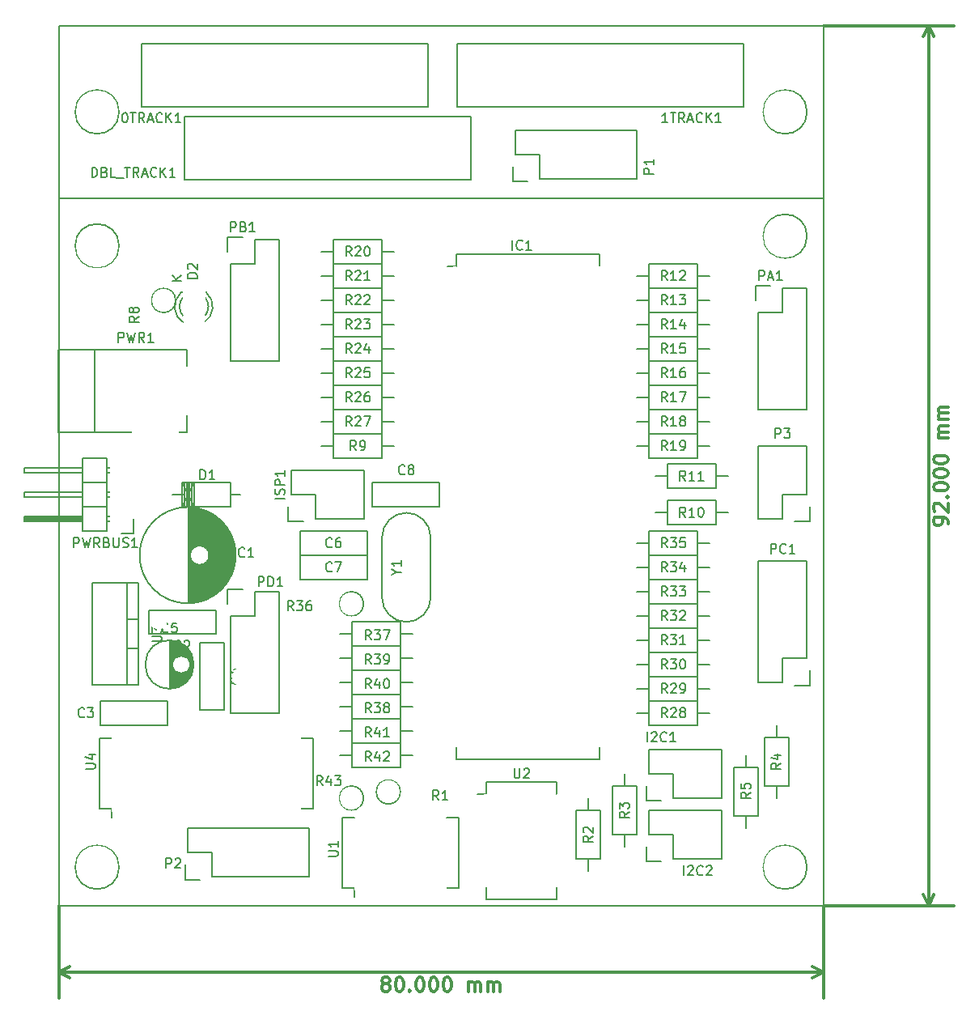
<source format=gbr>
G04 #@! TF.FileFunction,Legend,Top*
%FSLAX46Y46*%
G04 Gerber Fmt 4.6, Leading zero omitted, Abs format (unit mm)*
G04 Created by KiCad (PCBNEW 4.0.1-stable) date Sonntag, 31. Januar 2016 12:56:46*
%MOMM*%
G01*
G04 APERTURE LIST*
%ADD10C,0.100000*%
%ADD11C,0.300000*%
%ADD12C,0.200000*%
%ADD13C,0.150000*%
%ADD14R,2.127200X2.127200*%
%ADD15O,2.127200X2.127200*%
%ADD16C,2.398980*%
%ADD17R,2.398980X2.398980*%
%ADD18C,1.822400*%
%ADD19C,4.464000*%
%ADD20O,2.000000X2.000000*%
%ADD21O,2.899360X1.901140*%
%ADD22R,2.432000X2.127200*%
%ADD23O,2.432000X2.127200*%
%ADD24C,5.200600*%
%ADD25R,5.200600X5.200600*%
%ADD26C,4.210000*%
%ADD27R,1.924000X1.924000*%
%ADD28C,1.924000*%
%ADD29R,2.400000X2.400000*%
%ADD30C,2.400000*%
%ADD31R,1.700000X1.700000*%
%ADD32C,1.700000*%
G04 APERTURE END LIST*
D10*
D11*
X93028571Y39928572D02*
X93028571Y40214287D01*
X92957143Y40357144D01*
X92885714Y40428572D01*
X92671429Y40571430D01*
X92385714Y40642858D01*
X91814286Y40642858D01*
X91671429Y40571430D01*
X91600000Y40500001D01*
X91528571Y40357144D01*
X91528571Y40071430D01*
X91600000Y39928572D01*
X91671429Y39857144D01*
X91814286Y39785715D01*
X92171429Y39785715D01*
X92314286Y39857144D01*
X92385714Y39928572D01*
X92457143Y40071430D01*
X92457143Y40357144D01*
X92385714Y40500001D01*
X92314286Y40571430D01*
X92171429Y40642858D01*
X91671429Y41214286D02*
X91600000Y41285715D01*
X91528571Y41428572D01*
X91528571Y41785715D01*
X91600000Y41928572D01*
X91671429Y42000001D01*
X91814286Y42071429D01*
X91957143Y42071429D01*
X92171429Y42000001D01*
X93028571Y41142858D01*
X93028571Y42071429D01*
X92885714Y42714286D02*
X92957143Y42785714D01*
X93028571Y42714286D01*
X92957143Y42642857D01*
X92885714Y42714286D01*
X93028571Y42714286D01*
X91528571Y43714286D02*
X91528571Y43857143D01*
X91600000Y44000000D01*
X91671429Y44071429D01*
X91814286Y44142858D01*
X92100000Y44214286D01*
X92457143Y44214286D01*
X92742857Y44142858D01*
X92885714Y44071429D01*
X92957143Y44000000D01*
X93028571Y43857143D01*
X93028571Y43714286D01*
X92957143Y43571429D01*
X92885714Y43500000D01*
X92742857Y43428572D01*
X92457143Y43357143D01*
X92100000Y43357143D01*
X91814286Y43428572D01*
X91671429Y43500000D01*
X91600000Y43571429D01*
X91528571Y43714286D01*
X91528571Y45142857D02*
X91528571Y45285714D01*
X91600000Y45428571D01*
X91671429Y45500000D01*
X91814286Y45571429D01*
X92100000Y45642857D01*
X92457143Y45642857D01*
X92742857Y45571429D01*
X92885714Y45500000D01*
X92957143Y45428571D01*
X93028571Y45285714D01*
X93028571Y45142857D01*
X92957143Y45000000D01*
X92885714Y44928571D01*
X92742857Y44857143D01*
X92457143Y44785714D01*
X92100000Y44785714D01*
X91814286Y44857143D01*
X91671429Y44928571D01*
X91600000Y45000000D01*
X91528571Y45142857D01*
X91528571Y46571428D02*
X91528571Y46714285D01*
X91600000Y46857142D01*
X91671429Y46928571D01*
X91814286Y47000000D01*
X92100000Y47071428D01*
X92457143Y47071428D01*
X92742857Y47000000D01*
X92885714Y46928571D01*
X92957143Y46857142D01*
X93028571Y46714285D01*
X93028571Y46571428D01*
X92957143Y46428571D01*
X92885714Y46357142D01*
X92742857Y46285714D01*
X92457143Y46214285D01*
X92100000Y46214285D01*
X91814286Y46285714D01*
X91671429Y46357142D01*
X91600000Y46428571D01*
X91528571Y46571428D01*
X93028571Y48857142D02*
X92028571Y48857142D01*
X92171429Y48857142D02*
X92100000Y48928570D01*
X92028571Y49071428D01*
X92028571Y49285713D01*
X92100000Y49428570D01*
X92242857Y49499999D01*
X93028571Y49499999D01*
X92242857Y49499999D02*
X92100000Y49571428D01*
X92028571Y49714285D01*
X92028571Y49928570D01*
X92100000Y50071428D01*
X92242857Y50142856D01*
X93028571Y50142856D01*
X93028571Y50857142D02*
X92028571Y50857142D01*
X92171429Y50857142D02*
X92100000Y50928570D01*
X92028571Y51071428D01*
X92028571Y51285713D01*
X92100000Y51428570D01*
X92242857Y51499999D01*
X93028571Y51499999D01*
X92242857Y51499999D02*
X92100000Y51571428D01*
X92028571Y51714285D01*
X92028571Y51928570D01*
X92100000Y52071428D01*
X92242857Y52142856D01*
X93028571Y52142856D01*
X91000000Y0D02*
X91000000Y92000000D01*
X80000000Y0D02*
X93700000Y0D01*
X80000000Y92000000D02*
X93700000Y92000000D01*
X91000000Y92000000D02*
X91586421Y90873496D01*
X91000000Y92000000D02*
X90413579Y90873496D01*
X91000000Y0D02*
X91586421Y1126504D01*
X91000000Y0D02*
X90413579Y1126504D01*
D12*
X80000000Y74000000D02*
X0Y74000000D01*
X80000000Y73000000D02*
X80000000Y74000000D01*
D13*
X80000000Y92000000D02*
X80000000Y80000000D01*
X0Y92000000D02*
X80000000Y92000000D01*
X0Y74000000D02*
X0Y92000000D01*
X0Y74000000D02*
X0Y70000000D01*
D11*
X34071430Y-8171428D02*
X33928572Y-8099999D01*
X33857144Y-8028570D01*
X33785715Y-7885713D01*
X33785715Y-7814285D01*
X33857144Y-7671428D01*
X33928572Y-7599999D01*
X34071430Y-7528570D01*
X34357144Y-7528570D01*
X34500001Y-7599999D01*
X34571430Y-7671428D01*
X34642858Y-7814285D01*
X34642858Y-7885713D01*
X34571430Y-8028570D01*
X34500001Y-8099999D01*
X34357144Y-8171428D01*
X34071430Y-8171428D01*
X33928572Y-8242856D01*
X33857144Y-8314285D01*
X33785715Y-8457142D01*
X33785715Y-8742856D01*
X33857144Y-8885713D01*
X33928572Y-8957142D01*
X34071430Y-9028570D01*
X34357144Y-9028570D01*
X34500001Y-8957142D01*
X34571430Y-8885713D01*
X34642858Y-8742856D01*
X34642858Y-8457142D01*
X34571430Y-8314285D01*
X34500001Y-8242856D01*
X34357144Y-8171428D01*
X35571429Y-7528570D02*
X35714286Y-7528570D01*
X35857143Y-7599999D01*
X35928572Y-7671428D01*
X36000001Y-7814285D01*
X36071429Y-8099999D01*
X36071429Y-8457142D01*
X36000001Y-8742856D01*
X35928572Y-8885713D01*
X35857143Y-8957142D01*
X35714286Y-9028570D01*
X35571429Y-9028570D01*
X35428572Y-8957142D01*
X35357143Y-8885713D01*
X35285715Y-8742856D01*
X35214286Y-8457142D01*
X35214286Y-8099999D01*
X35285715Y-7814285D01*
X35357143Y-7671428D01*
X35428572Y-7599999D01*
X35571429Y-7528570D01*
X36714286Y-8885713D02*
X36785714Y-8957142D01*
X36714286Y-9028570D01*
X36642857Y-8957142D01*
X36714286Y-8885713D01*
X36714286Y-9028570D01*
X37714286Y-7528570D02*
X37857143Y-7528570D01*
X38000000Y-7599999D01*
X38071429Y-7671428D01*
X38142858Y-7814285D01*
X38214286Y-8099999D01*
X38214286Y-8457142D01*
X38142858Y-8742856D01*
X38071429Y-8885713D01*
X38000000Y-8957142D01*
X37857143Y-9028570D01*
X37714286Y-9028570D01*
X37571429Y-8957142D01*
X37500000Y-8885713D01*
X37428572Y-8742856D01*
X37357143Y-8457142D01*
X37357143Y-8099999D01*
X37428572Y-7814285D01*
X37500000Y-7671428D01*
X37571429Y-7599999D01*
X37714286Y-7528570D01*
X39142857Y-7528570D02*
X39285714Y-7528570D01*
X39428571Y-7599999D01*
X39500000Y-7671428D01*
X39571429Y-7814285D01*
X39642857Y-8099999D01*
X39642857Y-8457142D01*
X39571429Y-8742856D01*
X39500000Y-8885713D01*
X39428571Y-8957142D01*
X39285714Y-9028570D01*
X39142857Y-9028570D01*
X39000000Y-8957142D01*
X38928571Y-8885713D01*
X38857143Y-8742856D01*
X38785714Y-8457142D01*
X38785714Y-8099999D01*
X38857143Y-7814285D01*
X38928571Y-7671428D01*
X39000000Y-7599999D01*
X39142857Y-7528570D01*
X40571428Y-7528570D02*
X40714285Y-7528570D01*
X40857142Y-7599999D01*
X40928571Y-7671428D01*
X41000000Y-7814285D01*
X41071428Y-8099999D01*
X41071428Y-8457142D01*
X41000000Y-8742856D01*
X40928571Y-8885713D01*
X40857142Y-8957142D01*
X40714285Y-9028570D01*
X40571428Y-9028570D01*
X40428571Y-8957142D01*
X40357142Y-8885713D01*
X40285714Y-8742856D01*
X40214285Y-8457142D01*
X40214285Y-8099999D01*
X40285714Y-7814285D01*
X40357142Y-7671428D01*
X40428571Y-7599999D01*
X40571428Y-7528570D01*
X42857142Y-9028570D02*
X42857142Y-8028570D01*
X42857142Y-8171428D02*
X42928570Y-8099999D01*
X43071428Y-8028570D01*
X43285713Y-8028570D01*
X43428570Y-8099999D01*
X43499999Y-8242856D01*
X43499999Y-9028570D01*
X43499999Y-8242856D02*
X43571428Y-8099999D01*
X43714285Y-8028570D01*
X43928570Y-8028570D01*
X44071428Y-8099999D01*
X44142856Y-8242856D01*
X44142856Y-9028570D01*
X44857142Y-9028570D02*
X44857142Y-8028570D01*
X44857142Y-8171428D02*
X44928570Y-8099999D01*
X45071428Y-8028570D01*
X45285713Y-8028570D01*
X45428570Y-8099999D01*
X45499999Y-8242856D01*
X45499999Y-9028570D01*
X45499999Y-8242856D02*
X45571428Y-8099999D01*
X45714285Y-8028570D01*
X45928570Y-8028570D01*
X46071428Y-8099999D01*
X46142856Y-8242856D01*
X46142856Y-9028570D01*
X0Y-6999999D02*
X80000000Y-6999999D01*
X0Y0D02*
X0Y-9699999D01*
X80000000Y0D02*
X80000000Y-9699999D01*
X80000000Y-6999999D02*
X78873496Y-7586420D01*
X80000000Y-6999999D02*
X78873496Y-6413578D01*
X0Y-6999999D02*
X1126504Y-7586420D01*
X0Y-6999999D02*
X1126504Y-6413578D01*
D13*
X0Y0D02*
X0Y70000000D01*
X17000000Y0D02*
X0Y0D01*
X18000000Y0D02*
X17000000Y0D01*
X80000000Y0D02*
X18000000Y0D01*
X80000000Y80000000D02*
X80000000Y0D01*
X26835000Y40440000D02*
X31915000Y40440000D01*
X24015000Y40160000D02*
X24015000Y41710000D01*
X24295000Y42980000D02*
X26835000Y42980000D01*
X26835000Y42980000D02*
X26835000Y40440000D01*
X31915000Y40440000D02*
X31915000Y45520000D01*
X31915000Y45520000D02*
X26835000Y45520000D01*
X24015000Y40160000D02*
X25565000Y40160000D01*
X24295000Y45520000D02*
X24295000Y42980000D01*
X26835000Y45520000D02*
X24295000Y45520000D01*
X17945000Y42982540D02*
X18961000Y42982540D01*
X13119000Y42982540D02*
X11849000Y42982540D01*
X13373000Y44252540D02*
X13373000Y41712540D01*
X13627000Y44252540D02*
X13627000Y41712540D01*
X13881000Y44252540D02*
X13881000Y41712540D01*
X13119000Y44252540D02*
X13119000Y41712540D01*
X14135000Y44252540D02*
X12865000Y41712540D01*
X12865000Y44252540D02*
X14135000Y41712540D01*
X14135000Y44252540D02*
X14135000Y41712540D01*
X13500000Y44252540D02*
X13500000Y41712540D01*
X12865000Y41712540D02*
X12865000Y44252540D01*
X12865000Y44252540D02*
X17945000Y44252540D01*
X17945000Y44252540D02*
X17945000Y41712540D01*
X17945000Y41712540D02*
X12865000Y41712540D01*
X33820000Y38535000D02*
X33820000Y32185000D01*
X38900000Y38535000D02*
X38900000Y32185000D01*
X36360000Y29645000D02*
G75*
G03X38900000Y32185000I0J2540000D01*
G01*
X33820000Y32185000D02*
G75*
G03X36360000Y29645000I2540000J0D01*
G01*
X38900000Y38535000D02*
G75*
G03X36360000Y41075000I-2540000J0D01*
G01*
X36360000Y41075000D02*
G75*
G03X33820000Y38535000I0J-2540000D01*
G01*
X6286000Y4000000D02*
G75*
G03X6286000Y4000000I-2286000J0D01*
G01*
X6286000Y83000000D02*
G75*
G03X6286000Y83000000I-2286000J0D01*
G01*
X78286000Y83000000D02*
G75*
G03X78286000Y83000000I-2286000J0D01*
G01*
X78286000Y4000000D02*
G75*
G03X78286000Y4000000I-2286000J0D01*
G01*
X6286000Y69000000D02*
G75*
G03X6286000Y69000000I-2286000J0D01*
G01*
X78286000Y70000000D02*
G75*
G03X78286000Y70000000I-2286000J0D01*
G01*
X12210000Y63280000D02*
G75*
G03X12210000Y63280000I-1250000J0D01*
G01*
X31875000Y31550000D02*
G75*
G03X31875000Y31550000I-1250000J0D01*
G01*
X31875000Y11230000D02*
G75*
G03X31875000Y11230000I-1250000J0D01*
G01*
X35725000Y11865000D02*
G75*
G03X35725000Y11865000I-1250000J0D01*
G01*
X4220000Y10095000D02*
X5490000Y10095000D01*
X4220000Y17445000D02*
X5490000Y17445000D01*
X26590000Y17445000D02*
X25320000Y17445000D01*
X26590000Y10095000D02*
X25320000Y10095000D01*
X4220000Y10095000D02*
X4220000Y17445000D01*
X26590000Y10095000D02*
X26590000Y17445000D01*
X5490000Y10095000D02*
X5490000Y9160000D01*
X8293000Y29899000D02*
X7150000Y29899000D01*
X8293000Y26851000D02*
X7150000Y26851000D01*
X7150000Y23041000D02*
X3467000Y23041000D01*
X3467000Y23041000D02*
X3467000Y33709000D01*
X3467000Y33709000D02*
X7150000Y33709000D01*
X8293000Y23041000D02*
X7150000Y23041000D01*
X7150000Y23041000D02*
X7150000Y33709000D01*
X7150000Y33709000D02*
X8293000Y33709000D01*
X8293000Y28375000D02*
X8293000Y33709000D01*
X8293000Y28375000D02*
X8293000Y23041000D01*
X44750000Y12890000D02*
X44750000Y11620000D01*
X52100000Y12890000D02*
X52100000Y11620000D01*
X52100000Y680000D02*
X52100000Y1950000D01*
X44750000Y680000D02*
X44750000Y1950000D01*
X44750000Y12890000D02*
X52100000Y12890000D01*
X44750000Y680000D02*
X52100000Y680000D01*
X44750000Y11620000D02*
X43815000Y11620000D01*
X29620000Y1840000D02*
X30890000Y1840000D01*
X29620000Y9190000D02*
X30890000Y9190000D01*
X41830000Y9190000D02*
X40560000Y9190000D01*
X41830000Y1840000D02*
X40560000Y1840000D01*
X29620000Y1840000D02*
X29620000Y9190000D01*
X41830000Y1840000D02*
X41830000Y9190000D01*
X30890000Y1840000D02*
X30890000Y905000D01*
X35725000Y14405000D02*
X30645000Y14405000D01*
X30645000Y14405000D02*
X30645000Y16945000D01*
X30645000Y16945000D02*
X35725000Y16945000D01*
X35725000Y16945000D02*
X35725000Y14405000D01*
X35725000Y15675000D02*
X36995000Y15675000D01*
X30645000Y15675000D02*
X29375000Y15675000D01*
X35725000Y16945000D02*
X30645000Y16945000D01*
X30645000Y16945000D02*
X30645000Y19485000D01*
X30645000Y19485000D02*
X35725000Y19485000D01*
X35725000Y19485000D02*
X35725000Y16945000D01*
X35725000Y18215000D02*
X36995000Y18215000D01*
X30645000Y18215000D02*
X29375000Y18215000D01*
X35725000Y22025000D02*
X30645000Y22025000D01*
X30645000Y22025000D02*
X30645000Y24565000D01*
X30645000Y24565000D02*
X35725000Y24565000D01*
X35725000Y24565000D02*
X35725000Y22025000D01*
X35725000Y23295000D02*
X36995000Y23295000D01*
X30645000Y23295000D02*
X29375000Y23295000D01*
X35725000Y24565000D02*
X30645000Y24565000D01*
X30645000Y24565000D02*
X30645000Y27105000D01*
X30645000Y27105000D02*
X35725000Y27105000D01*
X35725000Y27105000D02*
X35725000Y24565000D01*
X35725000Y25835000D02*
X36995000Y25835000D01*
X30645000Y25835000D02*
X29375000Y25835000D01*
X35725000Y19485000D02*
X30645000Y19485000D01*
X30645000Y19485000D02*
X30645000Y22025000D01*
X30645000Y22025000D02*
X35725000Y22025000D01*
X35725000Y22025000D02*
X35725000Y19485000D01*
X35725000Y20755000D02*
X36995000Y20755000D01*
X30645000Y20755000D02*
X29375000Y20755000D01*
X35725000Y27105000D02*
X30645000Y27105000D01*
X30645000Y27105000D02*
X30645000Y29645000D01*
X30645000Y29645000D02*
X35725000Y29645000D01*
X35725000Y29645000D02*
X35725000Y27105000D01*
X35725000Y28375000D02*
X36995000Y28375000D01*
X30645000Y28375000D02*
X29375000Y28375000D01*
X61760000Y39170000D02*
X66840000Y39170000D01*
X66840000Y39170000D02*
X66840000Y36630000D01*
X66840000Y36630000D02*
X61760000Y36630000D01*
X61760000Y36630000D02*
X61760000Y39170000D01*
X61760000Y37900000D02*
X60490000Y37900000D01*
X66840000Y37900000D02*
X68110000Y37900000D01*
X61760000Y36630000D02*
X66840000Y36630000D01*
X66840000Y36630000D02*
X66840000Y34090000D01*
X66840000Y34090000D02*
X61760000Y34090000D01*
X61760000Y34090000D02*
X61760000Y36630000D01*
X61760000Y35360000D02*
X60490000Y35360000D01*
X66840000Y35360000D02*
X68110000Y35360000D01*
X61760000Y34090000D02*
X66840000Y34090000D01*
X66840000Y34090000D02*
X66840000Y31550000D01*
X66840000Y31550000D02*
X61760000Y31550000D01*
X61760000Y31550000D02*
X61760000Y34090000D01*
X61760000Y32820000D02*
X60490000Y32820000D01*
X66840000Y32820000D02*
X68110000Y32820000D01*
X61760000Y31550000D02*
X66840000Y31550000D01*
X66840000Y31550000D02*
X66840000Y29010000D01*
X66840000Y29010000D02*
X61760000Y29010000D01*
X61760000Y29010000D02*
X61760000Y31550000D01*
X61760000Y30280000D02*
X60490000Y30280000D01*
X66840000Y30280000D02*
X68110000Y30280000D01*
X61760000Y29010000D02*
X66840000Y29010000D01*
X66840000Y29010000D02*
X66840000Y26470000D01*
X66840000Y26470000D02*
X61760000Y26470000D01*
X61760000Y26470000D02*
X61760000Y29010000D01*
X61760000Y27740000D02*
X60490000Y27740000D01*
X66840000Y27740000D02*
X68110000Y27740000D01*
X61760000Y26470000D02*
X66840000Y26470000D01*
X66840000Y26470000D02*
X66840000Y23930000D01*
X66840000Y23930000D02*
X61760000Y23930000D01*
X61760000Y23930000D02*
X61760000Y26470000D01*
X61760000Y25200000D02*
X60490000Y25200000D01*
X66840000Y25200000D02*
X68110000Y25200000D01*
X61760000Y23930000D02*
X66840000Y23930000D01*
X66840000Y23930000D02*
X66840000Y21390000D01*
X66840000Y21390000D02*
X61760000Y21390000D01*
X61760000Y21390000D02*
X61760000Y23930000D01*
X61760000Y22660000D02*
X60490000Y22660000D01*
X66840000Y22660000D02*
X68110000Y22660000D01*
X61760000Y21390000D02*
X66840000Y21390000D01*
X66840000Y21390000D02*
X66840000Y18850000D01*
X66840000Y18850000D02*
X61760000Y18850000D01*
X61760000Y18850000D02*
X61760000Y21390000D01*
X61760000Y20120000D02*
X60490000Y20120000D01*
X66840000Y20120000D02*
X68110000Y20120000D01*
X33820000Y49330000D02*
X28740000Y49330000D01*
X28740000Y49330000D02*
X28740000Y51870000D01*
X28740000Y51870000D02*
X33820000Y51870000D01*
X33820000Y51870000D02*
X33820000Y49330000D01*
X33820000Y50600000D02*
X35090000Y50600000D01*
X28740000Y50600000D02*
X27470000Y50600000D01*
X33820000Y51870000D02*
X28740000Y51870000D01*
X28740000Y51870000D02*
X28740000Y54410000D01*
X28740000Y54410000D02*
X33820000Y54410000D01*
X33820000Y54410000D02*
X33820000Y51870000D01*
X33820000Y53140000D02*
X35090000Y53140000D01*
X28740000Y53140000D02*
X27470000Y53140000D01*
X33820000Y54410000D02*
X28740000Y54410000D01*
X28740000Y54410000D02*
X28740000Y56950000D01*
X28740000Y56950000D02*
X33820000Y56950000D01*
X33820000Y56950000D02*
X33820000Y54410000D01*
X33820000Y55680000D02*
X35090000Y55680000D01*
X28740000Y55680000D02*
X27470000Y55680000D01*
X33820000Y56950000D02*
X28740000Y56950000D01*
X28740000Y56950000D02*
X28740000Y59490000D01*
X28740000Y59490000D02*
X33820000Y59490000D01*
X33820000Y59490000D02*
X33820000Y56950000D01*
X33820000Y58220000D02*
X35090000Y58220000D01*
X28740000Y58220000D02*
X27470000Y58220000D01*
X33820000Y59490000D02*
X28740000Y59490000D01*
X28740000Y59490000D02*
X28740000Y62030000D01*
X28740000Y62030000D02*
X33820000Y62030000D01*
X33820000Y62030000D02*
X33820000Y59490000D01*
X33820000Y60760000D02*
X35090000Y60760000D01*
X28740000Y60760000D02*
X27470000Y60760000D01*
X33820000Y62030000D02*
X28740000Y62030000D01*
X28740000Y62030000D02*
X28740000Y64570000D01*
X28740000Y64570000D02*
X33820000Y64570000D01*
X33820000Y64570000D02*
X33820000Y62030000D01*
X33820000Y63300000D02*
X35090000Y63300000D01*
X28740000Y63300000D02*
X27470000Y63300000D01*
X33820000Y64570000D02*
X28740000Y64570000D01*
X28740000Y64570000D02*
X28740000Y67110000D01*
X28740000Y67110000D02*
X33820000Y67110000D01*
X33820000Y67110000D02*
X33820000Y64570000D01*
X33820000Y65840000D02*
X35090000Y65840000D01*
X28740000Y65840000D02*
X27470000Y65840000D01*
X33820000Y67110000D02*
X28740000Y67110000D01*
X28740000Y67110000D02*
X28740000Y69650000D01*
X28740000Y69650000D02*
X33820000Y69650000D01*
X33820000Y69650000D02*
X33820000Y67110000D01*
X33820000Y68380000D02*
X35090000Y68380000D01*
X28740000Y68380000D02*
X27470000Y68380000D01*
X61760000Y49330000D02*
X66840000Y49330000D01*
X66840000Y49330000D02*
X66840000Y46790000D01*
X66840000Y46790000D02*
X61760000Y46790000D01*
X61760000Y46790000D02*
X61760000Y49330000D01*
X61760000Y48060000D02*
X60490000Y48060000D01*
X66840000Y48060000D02*
X68110000Y48060000D01*
X61760000Y51870000D02*
X66840000Y51870000D01*
X66840000Y51870000D02*
X66840000Y49330000D01*
X66840000Y49330000D02*
X61760000Y49330000D01*
X61760000Y49330000D02*
X61760000Y51870000D01*
X61760000Y50600000D02*
X60490000Y50600000D01*
X66840000Y50600000D02*
X68110000Y50600000D01*
X61760000Y54410000D02*
X66840000Y54410000D01*
X66840000Y54410000D02*
X66840000Y51870000D01*
X66840000Y51870000D02*
X61760000Y51870000D01*
X61760000Y51870000D02*
X61760000Y54410000D01*
X61760000Y53140000D02*
X60490000Y53140000D01*
X66840000Y53140000D02*
X68110000Y53140000D01*
X61760000Y56950000D02*
X66840000Y56950000D01*
X66840000Y56950000D02*
X66840000Y54410000D01*
X66840000Y54410000D02*
X61760000Y54410000D01*
X61760000Y54410000D02*
X61760000Y56950000D01*
X61760000Y55680000D02*
X60490000Y55680000D01*
X66840000Y55680000D02*
X68110000Y55680000D01*
X61760000Y59490000D02*
X66840000Y59490000D01*
X66840000Y59490000D02*
X66840000Y56950000D01*
X66840000Y56950000D02*
X61760000Y56950000D01*
X61760000Y56950000D02*
X61760000Y59490000D01*
X61760000Y58220000D02*
X60490000Y58220000D01*
X66840000Y58220000D02*
X68110000Y58220000D01*
X61760000Y62030000D02*
X66840000Y62030000D01*
X66840000Y62030000D02*
X66840000Y59490000D01*
X66840000Y59490000D02*
X61760000Y59490000D01*
X61760000Y59490000D02*
X61760000Y62030000D01*
X61760000Y60760000D02*
X60490000Y60760000D01*
X66840000Y60760000D02*
X68110000Y60760000D01*
X61760000Y64570000D02*
X66840000Y64570000D01*
X66840000Y64570000D02*
X66840000Y62030000D01*
X66840000Y62030000D02*
X61760000Y62030000D01*
X61760000Y62030000D02*
X61760000Y64570000D01*
X61760000Y63300000D02*
X60490000Y63300000D01*
X66840000Y63300000D02*
X68110000Y63300000D01*
X61760000Y67110000D02*
X66840000Y67110000D01*
X66840000Y67110000D02*
X66840000Y64570000D01*
X66840000Y64570000D02*
X61760000Y64570000D01*
X61760000Y64570000D02*
X61760000Y67110000D01*
X61760000Y65840000D02*
X60490000Y65840000D01*
X66840000Y65840000D02*
X68110000Y65840000D01*
X63665000Y46155000D02*
X68745000Y46155000D01*
X68745000Y46155000D02*
X68745000Y43615000D01*
X68745000Y43615000D02*
X63665000Y43615000D01*
X63665000Y43615000D02*
X63665000Y46155000D01*
X63665000Y44885000D02*
X62395000Y44885000D01*
X68745000Y44885000D02*
X70015000Y44885000D01*
X63665000Y42345000D02*
X68745000Y42345000D01*
X68745000Y42345000D02*
X68745000Y39805000D01*
X68745000Y39805000D02*
X63665000Y39805000D01*
X63665000Y39805000D02*
X63665000Y42345000D01*
X63665000Y41075000D02*
X62395000Y41075000D01*
X68745000Y41075000D02*
X70015000Y41075000D01*
X33820000Y46790000D02*
X28740000Y46790000D01*
X28740000Y46790000D02*
X28740000Y49330000D01*
X28740000Y49330000D02*
X33820000Y49330000D01*
X33820000Y49330000D02*
X33820000Y46790000D01*
X33820000Y48060000D02*
X35090000Y48060000D01*
X28740000Y48060000D02*
X27470000Y48060000D01*
X70650000Y9325000D02*
X70650000Y14405000D01*
X70650000Y14405000D02*
X73190000Y14405000D01*
X73190000Y14405000D02*
X73190000Y9325000D01*
X73190000Y9325000D02*
X70650000Y9325000D01*
X71920000Y9325000D02*
X71920000Y8055000D01*
X71920000Y14405000D02*
X71920000Y15675000D01*
X73825000Y12500000D02*
X73825000Y17580000D01*
X73825000Y17580000D02*
X76365000Y17580000D01*
X76365000Y17580000D02*
X76365000Y12500000D01*
X76365000Y12500000D02*
X73825000Y12500000D01*
X75095000Y12500000D02*
X75095000Y11230000D01*
X75095000Y17580000D02*
X75095000Y18850000D01*
X57950000Y7420000D02*
X57950000Y12500000D01*
X57950000Y12500000D02*
X60490000Y12500000D01*
X60490000Y12500000D02*
X60490000Y7420000D01*
X60490000Y7420000D02*
X57950000Y7420000D01*
X59220000Y7420000D02*
X59220000Y6150000D01*
X59220000Y12500000D02*
X59220000Y13770000D01*
X56680000Y9960000D02*
X56680000Y4880000D01*
X56680000Y4880000D02*
X54140000Y4880000D01*
X54140000Y4880000D02*
X54140000Y9960000D01*
X54140000Y9960000D02*
X56680000Y9960000D01*
X55410000Y9960000D02*
X55410000Y11230000D01*
X55410000Y4880000D02*
X55410000Y3610000D01*
X7815000Y38890000D02*
X7815000Y40440000D01*
X6515000Y38890000D02*
X7815000Y38890000D01*
X2324000Y40313000D02*
X-3518000Y40313000D01*
X-3518000Y40313000D02*
X-3518000Y40567000D01*
X-3518000Y40567000D02*
X2324000Y40567000D01*
X2324000Y40567000D02*
X2324000Y40440000D01*
X2324000Y40440000D02*
X-3518000Y40440000D01*
X4991000Y40186000D02*
X5372000Y40186000D01*
X4991000Y40694000D02*
X5372000Y40694000D01*
X4991000Y42726000D02*
X5372000Y42726000D01*
X4991000Y43234000D02*
X5372000Y43234000D01*
X4991000Y45266000D02*
X5372000Y45266000D01*
X4991000Y45774000D02*
X5372000Y45774000D01*
X2451000Y41710000D02*
X2451000Y39170000D01*
X-3645000Y40694000D02*
X2451000Y40694000D01*
X-3645000Y40186000D02*
X-3645000Y40694000D01*
X2451000Y40186000D02*
X-3645000Y40186000D01*
X4991000Y41710000D02*
X2451000Y41710000D01*
X4991000Y39170000D02*
X4991000Y41710000D01*
X4991000Y39170000D02*
X2451000Y39170000D01*
X4991000Y44250000D02*
X2451000Y44250000D01*
X4991000Y44250000D02*
X4991000Y46790000D01*
X2451000Y45266000D02*
X-3645000Y45266000D01*
X-3645000Y45266000D02*
X-3645000Y45774000D01*
X-3645000Y45774000D02*
X2451000Y45774000D01*
X2451000Y46790000D02*
X2451000Y44250000D01*
X2451000Y44250000D02*
X2451000Y41710000D01*
X-3645000Y43234000D02*
X2451000Y43234000D01*
X-3645000Y42726000D02*
X-3645000Y43234000D01*
X2451000Y42726000D02*
X-3645000Y42726000D01*
X4991000Y44250000D02*
X2451000Y44250000D01*
X4991000Y41710000D02*
X4991000Y44250000D01*
X4991000Y41710000D02*
X2451000Y41710000D01*
X4991000Y46790000D02*
X2451000Y46790000D01*
X673000Y58093000D02*
X-89000Y58093000D01*
X-89000Y58093000D02*
X-89000Y49457000D01*
X-89000Y49457000D02*
X673000Y49457000D01*
X3721000Y58093000D02*
X3721000Y49457000D01*
X13373000Y58093000D02*
X13373000Y49457000D01*
X673000Y49457000D02*
X13373000Y49457000D01*
X673000Y58093000D02*
X13373000Y58093000D01*
X23025000Y32820000D02*
X23025000Y20120000D01*
X23025000Y20120000D02*
X17945000Y20120000D01*
X17945000Y20120000D02*
X17945000Y30280000D01*
X23025000Y32820000D02*
X20485000Y32820000D01*
X19215000Y33100000D02*
X17665000Y33100000D01*
X20485000Y32820000D02*
X20485000Y30280000D01*
X20485000Y30280000D02*
X17945000Y30280000D01*
X17665000Y33100000D02*
X17665000Y31550000D01*
X73190000Y23295000D02*
X73190000Y35995000D01*
X73190000Y35995000D02*
X78270000Y35995000D01*
X78270000Y35995000D02*
X78270000Y25835000D01*
X73190000Y23295000D02*
X75730000Y23295000D01*
X77000000Y23015000D02*
X78550000Y23015000D01*
X75730000Y23295000D02*
X75730000Y25835000D01*
X75730000Y25835000D02*
X78270000Y25835000D01*
X78550000Y23015000D02*
X78550000Y24565000D01*
X23025000Y69650000D02*
X23025000Y56950000D01*
X23025000Y56950000D02*
X17945000Y56950000D01*
X17945000Y56950000D02*
X17945000Y67110000D01*
X23025000Y69650000D02*
X20485000Y69650000D01*
X19215000Y69930000D02*
X17665000Y69930000D01*
X20485000Y69650000D02*
X20485000Y67110000D01*
X20485000Y67110000D02*
X17945000Y67110000D01*
X17665000Y69930000D02*
X17665000Y68380000D01*
X78270000Y64570000D02*
X78270000Y51870000D01*
X78270000Y51870000D02*
X73190000Y51870000D01*
X73190000Y51870000D02*
X73190000Y62030000D01*
X78270000Y64570000D02*
X75730000Y64570000D01*
X74460000Y64850000D02*
X72910000Y64850000D01*
X75730000Y64570000D02*
X75730000Y62030000D01*
X75730000Y62030000D02*
X73190000Y62030000D01*
X72910000Y64850000D02*
X72910000Y63300000D01*
X78270000Y42980000D02*
X78270000Y48060000D01*
X78550000Y40160000D02*
X77000000Y40160000D01*
X75730000Y40440000D02*
X75730000Y42980000D01*
X75730000Y42980000D02*
X78270000Y42980000D01*
X78270000Y48060000D02*
X73190000Y48060000D01*
X73190000Y48060000D02*
X73190000Y42980000D01*
X78550000Y40160000D02*
X78550000Y41710000D01*
X73190000Y40440000D02*
X75730000Y40440000D01*
X73190000Y42980000D02*
X73190000Y40440000D01*
X13500000Y8055000D02*
X26200000Y8055000D01*
X26200000Y8055000D02*
X26200000Y2975000D01*
X26200000Y2975000D02*
X16040000Y2975000D01*
X13500000Y8055000D02*
X13500000Y5515000D01*
X13220000Y4245000D02*
X13220000Y2695000D01*
X13500000Y5515000D02*
X16040000Y5515000D01*
X16040000Y5515000D02*
X16040000Y2975000D01*
X13220000Y2695000D02*
X14770000Y2695000D01*
X47790000Y81080000D02*
X60490000Y81080000D01*
X60490000Y81080000D02*
X60490000Y76000000D01*
X60490000Y76000000D02*
X50330000Y76000000D01*
X47790000Y81080000D02*
X47790000Y78540000D01*
X47510000Y77270000D02*
X47510000Y75720000D01*
X47790000Y78540000D02*
X50330000Y78540000D01*
X50330000Y78540000D02*
X50330000Y76000000D01*
X47510000Y75720000D02*
X49060000Y75720000D01*
X41575000Y68135000D02*
X41575000Y66865000D01*
X56545000Y68135000D02*
X56545000Y66865000D01*
X56545000Y15285000D02*
X56545000Y16555000D01*
X41575000Y15285000D02*
X41575000Y16555000D01*
X41575000Y68135000D02*
X56545000Y68135000D01*
X41575000Y15285000D02*
X56545000Y15285000D01*
X41575000Y66865000D02*
X40640000Y66865000D01*
X64300000Y4880000D02*
X69380000Y4880000D01*
X61480000Y4600000D02*
X61480000Y6150000D01*
X61760000Y7420000D02*
X64300000Y7420000D01*
X64300000Y7420000D02*
X64300000Y4880000D01*
X69380000Y4880000D02*
X69380000Y9960000D01*
X69380000Y9960000D02*
X64300000Y9960000D01*
X61480000Y4600000D02*
X63030000Y4600000D01*
X61760000Y9960000D02*
X61760000Y7420000D01*
X64300000Y9960000D02*
X61760000Y9960000D01*
X64300000Y11230000D02*
X69380000Y11230000D01*
X61480000Y10950000D02*
X61480000Y12500000D01*
X61760000Y13770000D02*
X64300000Y13770000D01*
X64300000Y13770000D02*
X64300000Y11230000D01*
X69380000Y11230000D02*
X69380000Y16310000D01*
X69380000Y16310000D02*
X64300000Y16310000D01*
X61480000Y10950000D02*
X63030000Y10950000D01*
X61760000Y16310000D02*
X61760000Y13770000D01*
X64300000Y16310000D02*
X61760000Y16310000D01*
X13119000Y82477000D02*
X13119000Y75873000D01*
X13119000Y75873000D02*
X43091000Y75873000D01*
X43091000Y75873000D02*
X43091000Y82477000D01*
X43091000Y82477000D02*
X13119000Y82477000D01*
X12821000Y64134000D02*
X13021000Y64134000D01*
X15415000Y64134000D02*
X15235000Y64134000D01*
X15104643Y60906256D02*
G75*
G03X15421000Y64134000I-1003643J1727744D01*
G01*
X15234068Y61581994D02*
G75*
G03X15235000Y63685000I-1133068J1052006D01*
G01*
X12794274Y64121220D02*
G75*
G03X13141000Y60884000I1306726J-1497220D01*
G01*
X13021747Y63647889D02*
G75*
G03X13041000Y61600000I1079253J-1013889D01*
G01*
X32820000Y44230000D02*
X39820000Y44230000D01*
X39820000Y44230000D02*
X39820000Y41730000D01*
X39820000Y41730000D02*
X32820000Y41730000D01*
X32820000Y41730000D02*
X32820000Y44230000D01*
X32280000Y34110000D02*
X25280000Y34110000D01*
X25280000Y34110000D02*
X25280000Y36610000D01*
X25280000Y36610000D02*
X32280000Y36610000D01*
X32280000Y36610000D02*
X32280000Y34110000D01*
X32280000Y36650000D02*
X25280000Y36650000D01*
X25280000Y36650000D02*
X25280000Y39150000D01*
X25280000Y39150000D02*
X32280000Y39150000D01*
X32280000Y39150000D02*
X32280000Y36650000D01*
X11650000Y27699000D02*
X11650000Y22701000D01*
X11790000Y27691000D02*
X11790000Y22709000D01*
X11930000Y27675000D02*
X11930000Y25295000D01*
X11930000Y25105000D02*
X11930000Y22725000D01*
X12070000Y27651000D02*
X12070000Y25690000D01*
X12070000Y24710000D02*
X12070000Y22749000D01*
X12210000Y27618000D02*
X12210000Y25857000D01*
X12210000Y24543000D02*
X12210000Y22782000D01*
X12350000Y27577000D02*
X12350000Y25964000D01*
X12350000Y24436000D02*
X12350000Y22823000D01*
X12490000Y27527000D02*
X12490000Y26035000D01*
X12490000Y24365000D02*
X12490000Y22873000D01*
X12630000Y27466000D02*
X12630000Y26079000D01*
X12630000Y24321000D02*
X12630000Y22934000D01*
X12770000Y27396000D02*
X12770000Y26098000D01*
X12770000Y24302000D02*
X12770000Y23004000D01*
X12910000Y27314000D02*
X12910000Y26096000D01*
X12910000Y24304000D02*
X12910000Y23086000D01*
X13050000Y27219000D02*
X13050000Y26071000D01*
X13050000Y24329000D02*
X13050000Y23181000D01*
X13190000Y27108000D02*
X13190000Y26023000D01*
X13190000Y24377000D02*
X13190000Y23292000D01*
X13330000Y26980000D02*
X13330000Y25945000D01*
X13330000Y24455000D02*
X13330000Y23420000D01*
X13470000Y26831000D02*
X13470000Y25828000D01*
X13470000Y24572000D02*
X13470000Y23569000D01*
X13610000Y26652000D02*
X13610000Y25640000D01*
X13610000Y24760000D02*
X13610000Y23748000D01*
X13750000Y26433000D02*
X13750000Y23967000D01*
X13890000Y26144000D02*
X13890000Y24256000D01*
X14030000Y25672000D02*
X14030000Y24728000D01*
X13725000Y25200000D02*
G75*
G03X13725000Y25200000I-900000J0D01*
G01*
X14112500Y25200000D02*
G75*
G03X14112500Y25200000I-2537500J0D01*
G01*
X17290000Y27470000D02*
X17290000Y20470000D01*
X17290000Y20470000D02*
X14790000Y20470000D01*
X14790000Y20470000D02*
X14790000Y27470000D01*
X14790000Y27470000D02*
X17290000Y27470000D01*
X11325000Y18870000D02*
X4325000Y18870000D01*
X4325000Y18870000D02*
X4325000Y21370000D01*
X4325000Y21370000D02*
X11325000Y21370000D01*
X11325000Y21370000D02*
X11325000Y18870000D01*
X16405000Y28395000D02*
X9405000Y28395000D01*
X9405000Y28395000D02*
X9405000Y30895000D01*
X9405000Y30895000D02*
X16405000Y30895000D01*
X16405000Y30895000D02*
X16405000Y28395000D01*
X13555000Y41629000D02*
X13555000Y31631000D01*
X13695000Y41625000D02*
X13695000Y31635000D01*
X13835000Y41617000D02*
X13835000Y37076000D01*
X13835000Y36184000D02*
X13835000Y31643000D01*
X13975000Y41605000D02*
X13975000Y37286000D01*
X13975000Y35974000D02*
X13975000Y31655000D01*
X14115000Y41590000D02*
X14115000Y37419000D01*
X14115000Y35841000D02*
X14115000Y31670000D01*
X14255000Y41570000D02*
X14255000Y37510000D01*
X14255000Y35750000D02*
X14255000Y31690000D01*
X14395000Y41546000D02*
X14395000Y37572000D01*
X14395000Y35688000D02*
X14395000Y31714000D01*
X14535000Y41517000D02*
X14535000Y37611000D01*
X14535000Y35649000D02*
X14535000Y31743000D01*
X14675000Y41485000D02*
X14675000Y37628000D01*
X14675000Y35632000D02*
X14675000Y31775000D01*
X14815000Y41448000D02*
X14815000Y37626000D01*
X14815000Y35634000D02*
X14815000Y31812000D01*
X14955000Y41407000D02*
X14955000Y37604000D01*
X14955000Y35656000D02*
X14955000Y31853000D01*
X15095000Y41362000D02*
X15095000Y37561000D01*
X15095000Y35699000D02*
X15095000Y31898000D01*
X15235000Y41312000D02*
X15235000Y37493000D01*
X15235000Y35767000D02*
X15235000Y31948000D01*
X15375000Y41257000D02*
X15375000Y37394000D01*
X15375000Y35866000D02*
X15375000Y32003000D01*
X15515000Y41197000D02*
X15515000Y37249000D01*
X15515000Y36011000D02*
X15515000Y32063000D01*
X15655000Y41132000D02*
X15655000Y37010000D01*
X15655000Y36250000D02*
X15655000Y32128000D01*
X15795000Y41062000D02*
X15795000Y32198000D01*
X15935000Y40986000D02*
X15935000Y32274000D01*
X16075000Y40904000D02*
X16075000Y32356000D01*
X16215000Y40816000D02*
X16215000Y32444000D01*
X16355000Y40721000D02*
X16355000Y32539000D01*
X16495000Y40619000D02*
X16495000Y32641000D01*
X16635000Y40509000D02*
X16635000Y32751000D01*
X16775000Y40391000D02*
X16775000Y32869000D01*
X16915000Y40263000D02*
X16915000Y32997000D01*
X17055000Y40126000D02*
X17055000Y33134000D01*
X17195000Y39976000D02*
X17195000Y33284000D01*
X17335000Y39814000D02*
X17335000Y33446000D01*
X17475000Y39637000D02*
X17475000Y33623000D01*
X17615000Y39441000D02*
X17615000Y33819000D01*
X17755000Y39223000D02*
X17755000Y34037000D01*
X17895000Y38977000D02*
X17895000Y34283000D01*
X18035000Y38692000D02*
X18035000Y34568000D01*
X18175000Y38350000D02*
X18175000Y34910000D01*
X18315000Y37904000D02*
X18315000Y35356000D01*
X18455000Y37129000D02*
X18455000Y36131000D01*
X15730000Y36630000D02*
G75*
G03X15730000Y36630000I-1000000J0D01*
G01*
X18517500Y36630000D02*
G75*
G03X18517500Y36630000I-5037500J0D01*
G01*
X41694000Y90097000D02*
X41694000Y83493000D01*
X41694000Y83493000D02*
X71666000Y83493000D01*
X71666000Y83493000D02*
X71666000Y90097000D01*
X71666000Y90097000D02*
X41694000Y90097000D01*
X8674000Y90097000D02*
X8674000Y83493000D01*
X8674000Y83493000D02*
X38646000Y83493000D01*
X38646000Y83493000D02*
X38646000Y90097000D01*
X38646000Y90097000D02*
X8674000Y90097000D01*
X23604381Y42543619D02*
X22604381Y42543619D01*
X23556762Y42972190D02*
X23604381Y43115047D01*
X23604381Y43353143D01*
X23556762Y43448381D01*
X23509143Y43496000D01*
X23413905Y43543619D01*
X23318667Y43543619D01*
X23223429Y43496000D01*
X23175810Y43448381D01*
X23128190Y43353143D01*
X23080571Y43162666D01*
X23032952Y43067428D01*
X22985333Y43019809D01*
X22890095Y42972190D01*
X22794857Y42972190D01*
X22699619Y43019809D01*
X22652000Y43067428D01*
X22604381Y43162666D01*
X22604381Y43400762D01*
X22652000Y43543619D01*
X23604381Y43972190D02*
X22604381Y43972190D01*
X22604381Y44353143D01*
X22652000Y44448381D01*
X22699619Y44496000D01*
X22794857Y44543619D01*
X22937714Y44543619D01*
X23032952Y44496000D01*
X23080571Y44448381D01*
X23128190Y44353143D01*
X23128190Y43972190D01*
X23604381Y45496000D02*
X23604381Y44924571D01*
X23604381Y45210285D02*
X22604381Y45210285D01*
X22747238Y45115047D01*
X22842476Y45019809D01*
X22890095Y44924571D01*
X14793905Y44559619D02*
X14793905Y45559619D01*
X15032000Y45559619D01*
X15174858Y45512000D01*
X15270096Y45416762D01*
X15317715Y45321524D01*
X15365334Y45131048D01*
X15365334Y44988190D01*
X15317715Y44797714D01*
X15270096Y44702476D01*
X15174858Y44607238D01*
X15032000Y44559619D01*
X14793905Y44559619D01*
X16317715Y44559619D02*
X15746286Y44559619D01*
X16032000Y44559619D02*
X16032000Y45559619D01*
X15936762Y45416762D01*
X15841524Y45321524D01*
X15746286Y45273905D01*
X35320190Y34883809D02*
X35796381Y34883809D01*
X34796381Y34550476D02*
X35320190Y34883809D01*
X34796381Y35217143D01*
X35796381Y36074286D02*
X35796381Y35502857D01*
X35796381Y35788571D02*
X34796381Y35788571D01*
X34939238Y35693333D01*
X35034476Y35598095D01*
X35082095Y35502857D01*
X8364381Y61609334D02*
X7888190Y61276000D01*
X8364381Y61037905D02*
X7364381Y61037905D01*
X7364381Y61418858D01*
X7412000Y61514096D01*
X7459619Y61561715D01*
X7554857Y61609334D01*
X7697714Y61609334D01*
X7792952Y61561715D01*
X7840571Y61514096D01*
X7888190Y61418858D01*
X7888190Y61037905D01*
X7792952Y62180762D02*
X7745333Y62085524D01*
X7697714Y62037905D01*
X7602476Y61990286D01*
X7554857Y61990286D01*
X7459619Y62037905D01*
X7412000Y62085524D01*
X7364381Y62180762D01*
X7364381Y62371239D01*
X7412000Y62466477D01*
X7459619Y62514096D01*
X7554857Y62561715D01*
X7602476Y62561715D01*
X7697714Y62514096D01*
X7745333Y62466477D01*
X7792952Y62371239D01*
X7792952Y62180762D01*
X7840571Y62085524D01*
X7888190Y62037905D01*
X7983429Y61990286D01*
X8173905Y61990286D01*
X8269143Y62037905D01*
X8316762Y62085524D01*
X8364381Y62180762D01*
X8364381Y62371239D01*
X8316762Y62466477D01*
X8269143Y62514096D01*
X8173905Y62561715D01*
X7983429Y62561715D01*
X7888190Y62514096D01*
X7840571Y62466477D01*
X7792952Y62371239D01*
X24541143Y30843619D02*
X24207809Y31319810D01*
X23969714Y30843619D02*
X23969714Y31843619D01*
X24350667Y31843619D01*
X24445905Y31796000D01*
X24493524Y31748381D01*
X24541143Y31653143D01*
X24541143Y31510286D01*
X24493524Y31415048D01*
X24445905Y31367429D01*
X24350667Y31319810D01*
X23969714Y31319810D01*
X24874476Y31843619D02*
X25493524Y31843619D01*
X25160190Y31462667D01*
X25303048Y31462667D01*
X25398286Y31415048D01*
X25445905Y31367429D01*
X25493524Y31272190D01*
X25493524Y31034095D01*
X25445905Y30938857D01*
X25398286Y30891238D01*
X25303048Y30843619D01*
X25017333Y30843619D01*
X24922095Y30891238D01*
X24874476Y30938857D01*
X26350667Y31843619D02*
X26160190Y31843619D01*
X26064952Y31796000D01*
X26017333Y31748381D01*
X25922095Y31605524D01*
X25874476Y31415048D01*
X25874476Y31034095D01*
X25922095Y30938857D01*
X25969714Y30891238D01*
X26064952Y30843619D01*
X26255429Y30843619D01*
X26350667Y30891238D01*
X26398286Y30938857D01*
X26445905Y31034095D01*
X26445905Y31272190D01*
X26398286Y31367429D01*
X26350667Y31415048D01*
X26255429Y31462667D01*
X26064952Y31462667D01*
X25969714Y31415048D01*
X25922095Y31367429D01*
X25874476Y31272190D01*
X27589143Y12555619D02*
X27255809Y13031810D01*
X27017714Y12555619D02*
X27017714Y13555619D01*
X27398667Y13555619D01*
X27493905Y13508000D01*
X27541524Y13460381D01*
X27589143Y13365143D01*
X27589143Y13222286D01*
X27541524Y13127048D01*
X27493905Y13079429D01*
X27398667Y13031810D01*
X27017714Y13031810D01*
X28446286Y13222286D02*
X28446286Y12555619D01*
X28208190Y13603238D02*
X27970095Y12888952D01*
X28589143Y12888952D01*
X28874857Y13555619D02*
X29493905Y13555619D01*
X29160571Y13174667D01*
X29303429Y13174667D01*
X29398667Y13127048D01*
X29446286Y13079429D01*
X29493905Y12984190D01*
X29493905Y12746095D01*
X29446286Y12650857D01*
X29398667Y12603238D01*
X29303429Y12555619D01*
X29017714Y12555619D01*
X28922476Y12603238D01*
X28874857Y12650857D01*
X39749334Y11031619D02*
X39416000Y11507810D01*
X39177905Y11031619D02*
X39177905Y12031619D01*
X39558858Y12031619D01*
X39654096Y11984000D01*
X39701715Y11936381D01*
X39749334Y11841143D01*
X39749334Y11698286D01*
X39701715Y11603048D01*
X39654096Y11555429D01*
X39558858Y11507810D01*
X39177905Y11507810D01*
X40701715Y11031619D02*
X40130286Y11031619D01*
X40416000Y11031619D02*
X40416000Y12031619D01*
X40320762Y11888762D01*
X40225524Y11793524D01*
X40130286Y11745905D01*
X2792381Y14278095D02*
X3601905Y14278095D01*
X3697143Y14325714D01*
X3744762Y14373333D01*
X3792381Y14468571D01*
X3792381Y14659048D01*
X3744762Y14754286D01*
X3697143Y14801905D01*
X3601905Y14849524D01*
X2792381Y14849524D01*
X3125714Y15754286D02*
X3792381Y15754286D01*
X2744762Y15516190D02*
X3459048Y15278095D01*
X3459048Y15897143D01*
X9777381Y27613095D02*
X10586905Y27613095D01*
X10682143Y27660714D01*
X10729762Y27708333D01*
X10777381Y27803571D01*
X10777381Y27994048D01*
X10729762Y28089286D01*
X10682143Y28136905D01*
X10586905Y28184524D01*
X9777381Y28184524D01*
X9777381Y28565476D02*
X9777381Y29184524D01*
X10158333Y28851190D01*
X10158333Y28994048D01*
X10205952Y29089286D01*
X10253571Y29136905D01*
X10348810Y29184524D01*
X10586905Y29184524D01*
X10682143Y29136905D01*
X10729762Y29089286D01*
X10777381Y28994048D01*
X10777381Y28708333D01*
X10729762Y28613095D01*
X10682143Y28565476D01*
X47663095Y14317619D02*
X47663095Y13508095D01*
X47710714Y13412857D01*
X47758333Y13365238D01*
X47853571Y13317619D01*
X48044048Y13317619D01*
X48139286Y13365238D01*
X48186905Y13412857D01*
X48234524Y13508095D01*
X48234524Y14317619D01*
X48663095Y14222381D02*
X48710714Y14270000D01*
X48805952Y14317619D01*
X49044048Y14317619D01*
X49139286Y14270000D01*
X49186905Y14222381D01*
X49234524Y14127143D01*
X49234524Y14031905D01*
X49186905Y13889048D01*
X48615476Y13317619D01*
X49234524Y13317619D01*
X28192381Y5134095D02*
X29001905Y5134095D01*
X29097143Y5181714D01*
X29144762Y5229333D01*
X29192381Y5324571D01*
X29192381Y5515048D01*
X29144762Y5610286D01*
X29097143Y5657905D01*
X29001905Y5705524D01*
X28192381Y5705524D01*
X29192381Y6705524D02*
X29192381Y6134095D01*
X29192381Y6419809D02*
X28192381Y6419809D01*
X28335238Y6324571D01*
X28430476Y6229333D01*
X28478095Y6134095D01*
X32669143Y15095619D02*
X32335809Y15571810D01*
X32097714Y15095619D02*
X32097714Y16095619D01*
X32478667Y16095619D01*
X32573905Y16048000D01*
X32621524Y16000381D01*
X32669143Y15905143D01*
X32669143Y15762286D01*
X32621524Y15667048D01*
X32573905Y15619429D01*
X32478667Y15571810D01*
X32097714Y15571810D01*
X33526286Y15762286D02*
X33526286Y15095619D01*
X33288190Y16143238D02*
X33050095Y15428952D01*
X33669143Y15428952D01*
X34002476Y16000381D02*
X34050095Y16048000D01*
X34145333Y16095619D01*
X34383429Y16095619D01*
X34478667Y16048000D01*
X34526286Y16000381D01*
X34573905Y15905143D01*
X34573905Y15809905D01*
X34526286Y15667048D01*
X33954857Y15095619D01*
X34573905Y15095619D01*
X32669143Y17635619D02*
X32335809Y18111810D01*
X32097714Y17635619D02*
X32097714Y18635619D01*
X32478667Y18635619D01*
X32573905Y18588000D01*
X32621524Y18540381D01*
X32669143Y18445143D01*
X32669143Y18302286D01*
X32621524Y18207048D01*
X32573905Y18159429D01*
X32478667Y18111810D01*
X32097714Y18111810D01*
X33526286Y18302286D02*
X33526286Y17635619D01*
X33288190Y18683238D02*
X33050095Y17968952D01*
X33669143Y17968952D01*
X34573905Y17635619D02*
X34002476Y17635619D01*
X34288190Y17635619D02*
X34288190Y18635619D01*
X34192952Y18492762D01*
X34097714Y18397524D01*
X34002476Y18349905D01*
X32669143Y22715619D02*
X32335809Y23191810D01*
X32097714Y22715619D02*
X32097714Y23715619D01*
X32478667Y23715619D01*
X32573905Y23668000D01*
X32621524Y23620381D01*
X32669143Y23525143D01*
X32669143Y23382286D01*
X32621524Y23287048D01*
X32573905Y23239429D01*
X32478667Y23191810D01*
X32097714Y23191810D01*
X33526286Y23382286D02*
X33526286Y22715619D01*
X33288190Y23763238D02*
X33050095Y23048952D01*
X33669143Y23048952D01*
X34240571Y23715619D02*
X34335810Y23715619D01*
X34431048Y23668000D01*
X34478667Y23620381D01*
X34526286Y23525143D01*
X34573905Y23334667D01*
X34573905Y23096571D01*
X34526286Y22906095D01*
X34478667Y22810857D01*
X34431048Y22763238D01*
X34335810Y22715619D01*
X34240571Y22715619D01*
X34145333Y22763238D01*
X34097714Y22810857D01*
X34050095Y22906095D01*
X34002476Y23096571D01*
X34002476Y23334667D01*
X34050095Y23525143D01*
X34097714Y23620381D01*
X34145333Y23668000D01*
X34240571Y23715619D01*
X32669143Y25255619D02*
X32335809Y25731810D01*
X32097714Y25255619D02*
X32097714Y26255619D01*
X32478667Y26255619D01*
X32573905Y26208000D01*
X32621524Y26160381D01*
X32669143Y26065143D01*
X32669143Y25922286D01*
X32621524Y25827048D01*
X32573905Y25779429D01*
X32478667Y25731810D01*
X32097714Y25731810D01*
X33002476Y26255619D02*
X33621524Y26255619D01*
X33288190Y25874667D01*
X33431048Y25874667D01*
X33526286Y25827048D01*
X33573905Y25779429D01*
X33621524Y25684190D01*
X33621524Y25446095D01*
X33573905Y25350857D01*
X33526286Y25303238D01*
X33431048Y25255619D01*
X33145333Y25255619D01*
X33050095Y25303238D01*
X33002476Y25350857D01*
X34097714Y25255619D02*
X34288190Y25255619D01*
X34383429Y25303238D01*
X34431048Y25350857D01*
X34526286Y25493714D01*
X34573905Y25684190D01*
X34573905Y26065143D01*
X34526286Y26160381D01*
X34478667Y26208000D01*
X34383429Y26255619D01*
X34192952Y26255619D01*
X34097714Y26208000D01*
X34050095Y26160381D01*
X34002476Y26065143D01*
X34002476Y25827048D01*
X34050095Y25731810D01*
X34097714Y25684190D01*
X34192952Y25636571D01*
X34383429Y25636571D01*
X34478667Y25684190D01*
X34526286Y25731810D01*
X34573905Y25827048D01*
X32669143Y20175619D02*
X32335809Y20651810D01*
X32097714Y20175619D02*
X32097714Y21175619D01*
X32478667Y21175619D01*
X32573905Y21128000D01*
X32621524Y21080381D01*
X32669143Y20985143D01*
X32669143Y20842286D01*
X32621524Y20747048D01*
X32573905Y20699429D01*
X32478667Y20651810D01*
X32097714Y20651810D01*
X33002476Y21175619D02*
X33621524Y21175619D01*
X33288190Y20794667D01*
X33431048Y20794667D01*
X33526286Y20747048D01*
X33573905Y20699429D01*
X33621524Y20604190D01*
X33621524Y20366095D01*
X33573905Y20270857D01*
X33526286Y20223238D01*
X33431048Y20175619D01*
X33145333Y20175619D01*
X33050095Y20223238D01*
X33002476Y20270857D01*
X34192952Y20747048D02*
X34097714Y20794667D01*
X34050095Y20842286D01*
X34002476Y20937524D01*
X34002476Y20985143D01*
X34050095Y21080381D01*
X34097714Y21128000D01*
X34192952Y21175619D01*
X34383429Y21175619D01*
X34478667Y21128000D01*
X34526286Y21080381D01*
X34573905Y20985143D01*
X34573905Y20937524D01*
X34526286Y20842286D01*
X34478667Y20794667D01*
X34383429Y20747048D01*
X34192952Y20747048D01*
X34097714Y20699429D01*
X34050095Y20651810D01*
X34002476Y20556571D01*
X34002476Y20366095D01*
X34050095Y20270857D01*
X34097714Y20223238D01*
X34192952Y20175619D01*
X34383429Y20175619D01*
X34478667Y20223238D01*
X34526286Y20270857D01*
X34573905Y20366095D01*
X34573905Y20556571D01*
X34526286Y20651810D01*
X34478667Y20699429D01*
X34383429Y20747048D01*
X32669143Y27795619D02*
X32335809Y28271810D01*
X32097714Y27795619D02*
X32097714Y28795619D01*
X32478667Y28795619D01*
X32573905Y28748000D01*
X32621524Y28700381D01*
X32669143Y28605143D01*
X32669143Y28462286D01*
X32621524Y28367048D01*
X32573905Y28319429D01*
X32478667Y28271810D01*
X32097714Y28271810D01*
X33002476Y28795619D02*
X33621524Y28795619D01*
X33288190Y28414667D01*
X33431048Y28414667D01*
X33526286Y28367048D01*
X33573905Y28319429D01*
X33621524Y28224190D01*
X33621524Y27986095D01*
X33573905Y27890857D01*
X33526286Y27843238D01*
X33431048Y27795619D01*
X33145333Y27795619D01*
X33050095Y27843238D01*
X33002476Y27890857D01*
X33954857Y28795619D02*
X34621524Y28795619D01*
X34192952Y27795619D01*
X63657143Y37447619D02*
X63323809Y37923810D01*
X63085714Y37447619D02*
X63085714Y38447619D01*
X63466667Y38447619D01*
X63561905Y38400000D01*
X63609524Y38352381D01*
X63657143Y38257143D01*
X63657143Y38114286D01*
X63609524Y38019048D01*
X63561905Y37971429D01*
X63466667Y37923810D01*
X63085714Y37923810D01*
X63990476Y38447619D02*
X64609524Y38447619D01*
X64276190Y38066667D01*
X64419048Y38066667D01*
X64514286Y38019048D01*
X64561905Y37971429D01*
X64609524Y37876190D01*
X64609524Y37638095D01*
X64561905Y37542857D01*
X64514286Y37495238D01*
X64419048Y37447619D01*
X64133333Y37447619D01*
X64038095Y37495238D01*
X63990476Y37542857D01*
X65514286Y38447619D02*
X65038095Y38447619D01*
X64990476Y37971429D01*
X65038095Y38019048D01*
X65133333Y38066667D01*
X65371429Y38066667D01*
X65466667Y38019048D01*
X65514286Y37971429D01*
X65561905Y37876190D01*
X65561905Y37638095D01*
X65514286Y37542857D01*
X65466667Y37495238D01*
X65371429Y37447619D01*
X65133333Y37447619D01*
X65038095Y37495238D01*
X64990476Y37542857D01*
X63657143Y34907619D02*
X63323809Y35383810D01*
X63085714Y34907619D02*
X63085714Y35907619D01*
X63466667Y35907619D01*
X63561905Y35860000D01*
X63609524Y35812381D01*
X63657143Y35717143D01*
X63657143Y35574286D01*
X63609524Y35479048D01*
X63561905Y35431429D01*
X63466667Y35383810D01*
X63085714Y35383810D01*
X63990476Y35907619D02*
X64609524Y35907619D01*
X64276190Y35526667D01*
X64419048Y35526667D01*
X64514286Y35479048D01*
X64561905Y35431429D01*
X64609524Y35336190D01*
X64609524Y35098095D01*
X64561905Y35002857D01*
X64514286Y34955238D01*
X64419048Y34907619D01*
X64133333Y34907619D01*
X64038095Y34955238D01*
X63990476Y35002857D01*
X65466667Y35574286D02*
X65466667Y34907619D01*
X65228571Y35955238D02*
X64990476Y35240952D01*
X65609524Y35240952D01*
X63657143Y32367619D02*
X63323809Y32843810D01*
X63085714Y32367619D02*
X63085714Y33367619D01*
X63466667Y33367619D01*
X63561905Y33320000D01*
X63609524Y33272381D01*
X63657143Y33177143D01*
X63657143Y33034286D01*
X63609524Y32939048D01*
X63561905Y32891429D01*
X63466667Y32843810D01*
X63085714Y32843810D01*
X63990476Y33367619D02*
X64609524Y33367619D01*
X64276190Y32986667D01*
X64419048Y32986667D01*
X64514286Y32939048D01*
X64561905Y32891429D01*
X64609524Y32796190D01*
X64609524Y32558095D01*
X64561905Y32462857D01*
X64514286Y32415238D01*
X64419048Y32367619D01*
X64133333Y32367619D01*
X64038095Y32415238D01*
X63990476Y32462857D01*
X64942857Y33367619D02*
X65561905Y33367619D01*
X65228571Y32986667D01*
X65371429Y32986667D01*
X65466667Y32939048D01*
X65514286Y32891429D01*
X65561905Y32796190D01*
X65561905Y32558095D01*
X65514286Y32462857D01*
X65466667Y32415238D01*
X65371429Y32367619D01*
X65085714Y32367619D01*
X64990476Y32415238D01*
X64942857Y32462857D01*
X63657143Y29827619D02*
X63323809Y30303810D01*
X63085714Y29827619D02*
X63085714Y30827619D01*
X63466667Y30827619D01*
X63561905Y30780000D01*
X63609524Y30732381D01*
X63657143Y30637143D01*
X63657143Y30494286D01*
X63609524Y30399048D01*
X63561905Y30351429D01*
X63466667Y30303810D01*
X63085714Y30303810D01*
X63990476Y30827619D02*
X64609524Y30827619D01*
X64276190Y30446667D01*
X64419048Y30446667D01*
X64514286Y30399048D01*
X64561905Y30351429D01*
X64609524Y30256190D01*
X64609524Y30018095D01*
X64561905Y29922857D01*
X64514286Y29875238D01*
X64419048Y29827619D01*
X64133333Y29827619D01*
X64038095Y29875238D01*
X63990476Y29922857D01*
X64990476Y30732381D02*
X65038095Y30780000D01*
X65133333Y30827619D01*
X65371429Y30827619D01*
X65466667Y30780000D01*
X65514286Y30732381D01*
X65561905Y30637143D01*
X65561905Y30541905D01*
X65514286Y30399048D01*
X64942857Y29827619D01*
X65561905Y29827619D01*
X63657143Y27287619D02*
X63323809Y27763810D01*
X63085714Y27287619D02*
X63085714Y28287619D01*
X63466667Y28287619D01*
X63561905Y28240000D01*
X63609524Y28192381D01*
X63657143Y28097143D01*
X63657143Y27954286D01*
X63609524Y27859048D01*
X63561905Y27811429D01*
X63466667Y27763810D01*
X63085714Y27763810D01*
X63990476Y28287619D02*
X64609524Y28287619D01*
X64276190Y27906667D01*
X64419048Y27906667D01*
X64514286Y27859048D01*
X64561905Y27811429D01*
X64609524Y27716190D01*
X64609524Y27478095D01*
X64561905Y27382857D01*
X64514286Y27335238D01*
X64419048Y27287619D01*
X64133333Y27287619D01*
X64038095Y27335238D01*
X63990476Y27382857D01*
X65561905Y27287619D02*
X64990476Y27287619D01*
X65276190Y27287619D02*
X65276190Y28287619D01*
X65180952Y28144762D01*
X65085714Y28049524D01*
X64990476Y28001905D01*
X63657143Y24747619D02*
X63323809Y25223810D01*
X63085714Y24747619D02*
X63085714Y25747619D01*
X63466667Y25747619D01*
X63561905Y25700000D01*
X63609524Y25652381D01*
X63657143Y25557143D01*
X63657143Y25414286D01*
X63609524Y25319048D01*
X63561905Y25271429D01*
X63466667Y25223810D01*
X63085714Y25223810D01*
X63990476Y25747619D02*
X64609524Y25747619D01*
X64276190Y25366667D01*
X64419048Y25366667D01*
X64514286Y25319048D01*
X64561905Y25271429D01*
X64609524Y25176190D01*
X64609524Y24938095D01*
X64561905Y24842857D01*
X64514286Y24795238D01*
X64419048Y24747619D01*
X64133333Y24747619D01*
X64038095Y24795238D01*
X63990476Y24842857D01*
X65228571Y25747619D02*
X65323810Y25747619D01*
X65419048Y25700000D01*
X65466667Y25652381D01*
X65514286Y25557143D01*
X65561905Y25366667D01*
X65561905Y25128571D01*
X65514286Y24938095D01*
X65466667Y24842857D01*
X65419048Y24795238D01*
X65323810Y24747619D01*
X65228571Y24747619D01*
X65133333Y24795238D01*
X65085714Y24842857D01*
X65038095Y24938095D01*
X64990476Y25128571D01*
X64990476Y25366667D01*
X65038095Y25557143D01*
X65085714Y25652381D01*
X65133333Y25700000D01*
X65228571Y25747619D01*
X63657143Y22207619D02*
X63323809Y22683810D01*
X63085714Y22207619D02*
X63085714Y23207619D01*
X63466667Y23207619D01*
X63561905Y23160000D01*
X63609524Y23112381D01*
X63657143Y23017143D01*
X63657143Y22874286D01*
X63609524Y22779048D01*
X63561905Y22731429D01*
X63466667Y22683810D01*
X63085714Y22683810D01*
X64038095Y23112381D02*
X64085714Y23160000D01*
X64180952Y23207619D01*
X64419048Y23207619D01*
X64514286Y23160000D01*
X64561905Y23112381D01*
X64609524Y23017143D01*
X64609524Y22921905D01*
X64561905Y22779048D01*
X63990476Y22207619D01*
X64609524Y22207619D01*
X65085714Y22207619D02*
X65276190Y22207619D01*
X65371429Y22255238D01*
X65419048Y22302857D01*
X65514286Y22445714D01*
X65561905Y22636190D01*
X65561905Y23017143D01*
X65514286Y23112381D01*
X65466667Y23160000D01*
X65371429Y23207619D01*
X65180952Y23207619D01*
X65085714Y23160000D01*
X65038095Y23112381D01*
X64990476Y23017143D01*
X64990476Y22779048D01*
X65038095Y22683810D01*
X65085714Y22636190D01*
X65180952Y22588571D01*
X65371429Y22588571D01*
X65466667Y22636190D01*
X65514286Y22683810D01*
X65561905Y22779048D01*
X63657143Y19667619D02*
X63323809Y20143810D01*
X63085714Y19667619D02*
X63085714Y20667619D01*
X63466667Y20667619D01*
X63561905Y20620000D01*
X63609524Y20572381D01*
X63657143Y20477143D01*
X63657143Y20334286D01*
X63609524Y20239048D01*
X63561905Y20191429D01*
X63466667Y20143810D01*
X63085714Y20143810D01*
X64038095Y20572381D02*
X64085714Y20620000D01*
X64180952Y20667619D01*
X64419048Y20667619D01*
X64514286Y20620000D01*
X64561905Y20572381D01*
X64609524Y20477143D01*
X64609524Y20381905D01*
X64561905Y20239048D01*
X63990476Y19667619D01*
X64609524Y19667619D01*
X65180952Y20239048D02*
X65085714Y20286667D01*
X65038095Y20334286D01*
X64990476Y20429524D01*
X64990476Y20477143D01*
X65038095Y20572381D01*
X65085714Y20620000D01*
X65180952Y20667619D01*
X65371429Y20667619D01*
X65466667Y20620000D01*
X65514286Y20572381D01*
X65561905Y20477143D01*
X65561905Y20429524D01*
X65514286Y20334286D01*
X65466667Y20286667D01*
X65371429Y20239048D01*
X65180952Y20239048D01*
X65085714Y20191429D01*
X65038095Y20143810D01*
X64990476Y20048571D01*
X64990476Y19858095D01*
X65038095Y19762857D01*
X65085714Y19715238D01*
X65180952Y19667619D01*
X65371429Y19667619D01*
X65466667Y19715238D01*
X65514286Y19762857D01*
X65561905Y19858095D01*
X65561905Y20048571D01*
X65514286Y20143810D01*
X65466667Y20191429D01*
X65371429Y20239048D01*
X30637143Y50147619D02*
X30303809Y50623810D01*
X30065714Y50147619D02*
X30065714Y51147619D01*
X30446667Y51147619D01*
X30541905Y51100000D01*
X30589524Y51052381D01*
X30637143Y50957143D01*
X30637143Y50814286D01*
X30589524Y50719048D01*
X30541905Y50671429D01*
X30446667Y50623810D01*
X30065714Y50623810D01*
X31018095Y51052381D02*
X31065714Y51100000D01*
X31160952Y51147619D01*
X31399048Y51147619D01*
X31494286Y51100000D01*
X31541905Y51052381D01*
X31589524Y50957143D01*
X31589524Y50861905D01*
X31541905Y50719048D01*
X30970476Y50147619D01*
X31589524Y50147619D01*
X31922857Y51147619D02*
X32589524Y51147619D01*
X32160952Y50147619D01*
X30637143Y52687619D02*
X30303809Y53163810D01*
X30065714Y52687619D02*
X30065714Y53687619D01*
X30446667Y53687619D01*
X30541905Y53640000D01*
X30589524Y53592381D01*
X30637143Y53497143D01*
X30637143Y53354286D01*
X30589524Y53259048D01*
X30541905Y53211429D01*
X30446667Y53163810D01*
X30065714Y53163810D01*
X31018095Y53592381D02*
X31065714Y53640000D01*
X31160952Y53687619D01*
X31399048Y53687619D01*
X31494286Y53640000D01*
X31541905Y53592381D01*
X31589524Y53497143D01*
X31589524Y53401905D01*
X31541905Y53259048D01*
X30970476Y52687619D01*
X31589524Y52687619D01*
X32446667Y53687619D02*
X32256190Y53687619D01*
X32160952Y53640000D01*
X32113333Y53592381D01*
X32018095Y53449524D01*
X31970476Y53259048D01*
X31970476Y52878095D01*
X32018095Y52782857D01*
X32065714Y52735238D01*
X32160952Y52687619D01*
X32351429Y52687619D01*
X32446667Y52735238D01*
X32494286Y52782857D01*
X32541905Y52878095D01*
X32541905Y53116190D01*
X32494286Y53211429D01*
X32446667Y53259048D01*
X32351429Y53306667D01*
X32160952Y53306667D01*
X32065714Y53259048D01*
X32018095Y53211429D01*
X31970476Y53116190D01*
X30637143Y55227619D02*
X30303809Y55703810D01*
X30065714Y55227619D02*
X30065714Y56227619D01*
X30446667Y56227619D01*
X30541905Y56180000D01*
X30589524Y56132381D01*
X30637143Y56037143D01*
X30637143Y55894286D01*
X30589524Y55799048D01*
X30541905Y55751429D01*
X30446667Y55703810D01*
X30065714Y55703810D01*
X31018095Y56132381D02*
X31065714Y56180000D01*
X31160952Y56227619D01*
X31399048Y56227619D01*
X31494286Y56180000D01*
X31541905Y56132381D01*
X31589524Y56037143D01*
X31589524Y55941905D01*
X31541905Y55799048D01*
X30970476Y55227619D01*
X31589524Y55227619D01*
X32494286Y56227619D02*
X32018095Y56227619D01*
X31970476Y55751429D01*
X32018095Y55799048D01*
X32113333Y55846667D01*
X32351429Y55846667D01*
X32446667Y55799048D01*
X32494286Y55751429D01*
X32541905Y55656190D01*
X32541905Y55418095D01*
X32494286Y55322857D01*
X32446667Y55275238D01*
X32351429Y55227619D01*
X32113333Y55227619D01*
X32018095Y55275238D01*
X31970476Y55322857D01*
X30637143Y57767619D02*
X30303809Y58243810D01*
X30065714Y57767619D02*
X30065714Y58767619D01*
X30446667Y58767619D01*
X30541905Y58720000D01*
X30589524Y58672381D01*
X30637143Y58577143D01*
X30637143Y58434286D01*
X30589524Y58339048D01*
X30541905Y58291429D01*
X30446667Y58243810D01*
X30065714Y58243810D01*
X31018095Y58672381D02*
X31065714Y58720000D01*
X31160952Y58767619D01*
X31399048Y58767619D01*
X31494286Y58720000D01*
X31541905Y58672381D01*
X31589524Y58577143D01*
X31589524Y58481905D01*
X31541905Y58339048D01*
X30970476Y57767619D01*
X31589524Y57767619D01*
X32446667Y58434286D02*
X32446667Y57767619D01*
X32208571Y58815238D02*
X31970476Y58100952D01*
X32589524Y58100952D01*
X30637143Y60307619D02*
X30303809Y60783810D01*
X30065714Y60307619D02*
X30065714Y61307619D01*
X30446667Y61307619D01*
X30541905Y61260000D01*
X30589524Y61212381D01*
X30637143Y61117143D01*
X30637143Y60974286D01*
X30589524Y60879048D01*
X30541905Y60831429D01*
X30446667Y60783810D01*
X30065714Y60783810D01*
X31018095Y61212381D02*
X31065714Y61260000D01*
X31160952Y61307619D01*
X31399048Y61307619D01*
X31494286Y61260000D01*
X31541905Y61212381D01*
X31589524Y61117143D01*
X31589524Y61021905D01*
X31541905Y60879048D01*
X30970476Y60307619D01*
X31589524Y60307619D01*
X31922857Y61307619D02*
X32541905Y61307619D01*
X32208571Y60926667D01*
X32351429Y60926667D01*
X32446667Y60879048D01*
X32494286Y60831429D01*
X32541905Y60736190D01*
X32541905Y60498095D01*
X32494286Y60402857D01*
X32446667Y60355238D01*
X32351429Y60307619D01*
X32065714Y60307619D01*
X31970476Y60355238D01*
X31922857Y60402857D01*
X30637143Y62847619D02*
X30303809Y63323810D01*
X30065714Y62847619D02*
X30065714Y63847619D01*
X30446667Y63847619D01*
X30541905Y63800000D01*
X30589524Y63752381D01*
X30637143Y63657143D01*
X30637143Y63514286D01*
X30589524Y63419048D01*
X30541905Y63371429D01*
X30446667Y63323810D01*
X30065714Y63323810D01*
X31018095Y63752381D02*
X31065714Y63800000D01*
X31160952Y63847619D01*
X31399048Y63847619D01*
X31494286Y63800000D01*
X31541905Y63752381D01*
X31589524Y63657143D01*
X31589524Y63561905D01*
X31541905Y63419048D01*
X30970476Y62847619D01*
X31589524Y62847619D01*
X31970476Y63752381D02*
X32018095Y63800000D01*
X32113333Y63847619D01*
X32351429Y63847619D01*
X32446667Y63800000D01*
X32494286Y63752381D01*
X32541905Y63657143D01*
X32541905Y63561905D01*
X32494286Y63419048D01*
X31922857Y62847619D01*
X32541905Y62847619D01*
X30637143Y65387619D02*
X30303809Y65863810D01*
X30065714Y65387619D02*
X30065714Y66387619D01*
X30446667Y66387619D01*
X30541905Y66340000D01*
X30589524Y66292381D01*
X30637143Y66197143D01*
X30637143Y66054286D01*
X30589524Y65959048D01*
X30541905Y65911429D01*
X30446667Y65863810D01*
X30065714Y65863810D01*
X31018095Y66292381D02*
X31065714Y66340000D01*
X31160952Y66387619D01*
X31399048Y66387619D01*
X31494286Y66340000D01*
X31541905Y66292381D01*
X31589524Y66197143D01*
X31589524Y66101905D01*
X31541905Y65959048D01*
X30970476Y65387619D01*
X31589524Y65387619D01*
X32541905Y65387619D02*
X31970476Y65387619D01*
X32256190Y65387619D02*
X32256190Y66387619D01*
X32160952Y66244762D01*
X32065714Y66149524D01*
X31970476Y66101905D01*
X30637143Y67927619D02*
X30303809Y68403810D01*
X30065714Y67927619D02*
X30065714Y68927619D01*
X30446667Y68927619D01*
X30541905Y68880000D01*
X30589524Y68832381D01*
X30637143Y68737143D01*
X30637143Y68594286D01*
X30589524Y68499048D01*
X30541905Y68451429D01*
X30446667Y68403810D01*
X30065714Y68403810D01*
X31018095Y68832381D02*
X31065714Y68880000D01*
X31160952Y68927619D01*
X31399048Y68927619D01*
X31494286Y68880000D01*
X31541905Y68832381D01*
X31589524Y68737143D01*
X31589524Y68641905D01*
X31541905Y68499048D01*
X30970476Y67927619D01*
X31589524Y67927619D01*
X32208571Y68927619D02*
X32303810Y68927619D01*
X32399048Y68880000D01*
X32446667Y68832381D01*
X32494286Y68737143D01*
X32541905Y68546667D01*
X32541905Y68308571D01*
X32494286Y68118095D01*
X32446667Y68022857D01*
X32399048Y67975238D01*
X32303810Y67927619D01*
X32208571Y67927619D01*
X32113333Y67975238D01*
X32065714Y68022857D01*
X32018095Y68118095D01*
X31970476Y68308571D01*
X31970476Y68546667D01*
X32018095Y68737143D01*
X32065714Y68832381D01*
X32113333Y68880000D01*
X32208571Y68927619D01*
X63657143Y47607619D02*
X63323809Y48083810D01*
X63085714Y47607619D02*
X63085714Y48607619D01*
X63466667Y48607619D01*
X63561905Y48560000D01*
X63609524Y48512381D01*
X63657143Y48417143D01*
X63657143Y48274286D01*
X63609524Y48179048D01*
X63561905Y48131429D01*
X63466667Y48083810D01*
X63085714Y48083810D01*
X64609524Y47607619D02*
X64038095Y47607619D01*
X64323809Y47607619D02*
X64323809Y48607619D01*
X64228571Y48464762D01*
X64133333Y48369524D01*
X64038095Y48321905D01*
X65085714Y47607619D02*
X65276190Y47607619D01*
X65371429Y47655238D01*
X65419048Y47702857D01*
X65514286Y47845714D01*
X65561905Y48036190D01*
X65561905Y48417143D01*
X65514286Y48512381D01*
X65466667Y48560000D01*
X65371429Y48607619D01*
X65180952Y48607619D01*
X65085714Y48560000D01*
X65038095Y48512381D01*
X64990476Y48417143D01*
X64990476Y48179048D01*
X65038095Y48083810D01*
X65085714Y48036190D01*
X65180952Y47988571D01*
X65371429Y47988571D01*
X65466667Y48036190D01*
X65514286Y48083810D01*
X65561905Y48179048D01*
X63657143Y50147619D02*
X63323809Y50623810D01*
X63085714Y50147619D02*
X63085714Y51147619D01*
X63466667Y51147619D01*
X63561905Y51100000D01*
X63609524Y51052381D01*
X63657143Y50957143D01*
X63657143Y50814286D01*
X63609524Y50719048D01*
X63561905Y50671429D01*
X63466667Y50623810D01*
X63085714Y50623810D01*
X64609524Y50147619D02*
X64038095Y50147619D01*
X64323809Y50147619D02*
X64323809Y51147619D01*
X64228571Y51004762D01*
X64133333Y50909524D01*
X64038095Y50861905D01*
X65180952Y50719048D02*
X65085714Y50766667D01*
X65038095Y50814286D01*
X64990476Y50909524D01*
X64990476Y50957143D01*
X65038095Y51052381D01*
X65085714Y51100000D01*
X65180952Y51147619D01*
X65371429Y51147619D01*
X65466667Y51100000D01*
X65514286Y51052381D01*
X65561905Y50957143D01*
X65561905Y50909524D01*
X65514286Y50814286D01*
X65466667Y50766667D01*
X65371429Y50719048D01*
X65180952Y50719048D01*
X65085714Y50671429D01*
X65038095Y50623810D01*
X64990476Y50528571D01*
X64990476Y50338095D01*
X65038095Y50242857D01*
X65085714Y50195238D01*
X65180952Y50147619D01*
X65371429Y50147619D01*
X65466667Y50195238D01*
X65514286Y50242857D01*
X65561905Y50338095D01*
X65561905Y50528571D01*
X65514286Y50623810D01*
X65466667Y50671429D01*
X65371429Y50719048D01*
X63657143Y52687619D02*
X63323809Y53163810D01*
X63085714Y52687619D02*
X63085714Y53687619D01*
X63466667Y53687619D01*
X63561905Y53640000D01*
X63609524Y53592381D01*
X63657143Y53497143D01*
X63657143Y53354286D01*
X63609524Y53259048D01*
X63561905Y53211429D01*
X63466667Y53163810D01*
X63085714Y53163810D01*
X64609524Y52687619D02*
X64038095Y52687619D01*
X64323809Y52687619D02*
X64323809Y53687619D01*
X64228571Y53544762D01*
X64133333Y53449524D01*
X64038095Y53401905D01*
X64942857Y53687619D02*
X65609524Y53687619D01*
X65180952Y52687619D01*
X63657143Y55227619D02*
X63323809Y55703810D01*
X63085714Y55227619D02*
X63085714Y56227619D01*
X63466667Y56227619D01*
X63561905Y56180000D01*
X63609524Y56132381D01*
X63657143Y56037143D01*
X63657143Y55894286D01*
X63609524Y55799048D01*
X63561905Y55751429D01*
X63466667Y55703810D01*
X63085714Y55703810D01*
X64609524Y55227619D02*
X64038095Y55227619D01*
X64323809Y55227619D02*
X64323809Y56227619D01*
X64228571Y56084762D01*
X64133333Y55989524D01*
X64038095Y55941905D01*
X65466667Y56227619D02*
X65276190Y56227619D01*
X65180952Y56180000D01*
X65133333Y56132381D01*
X65038095Y55989524D01*
X64990476Y55799048D01*
X64990476Y55418095D01*
X65038095Y55322857D01*
X65085714Y55275238D01*
X65180952Y55227619D01*
X65371429Y55227619D01*
X65466667Y55275238D01*
X65514286Y55322857D01*
X65561905Y55418095D01*
X65561905Y55656190D01*
X65514286Y55751429D01*
X65466667Y55799048D01*
X65371429Y55846667D01*
X65180952Y55846667D01*
X65085714Y55799048D01*
X65038095Y55751429D01*
X64990476Y55656190D01*
X63657143Y57767619D02*
X63323809Y58243810D01*
X63085714Y57767619D02*
X63085714Y58767619D01*
X63466667Y58767619D01*
X63561905Y58720000D01*
X63609524Y58672381D01*
X63657143Y58577143D01*
X63657143Y58434286D01*
X63609524Y58339048D01*
X63561905Y58291429D01*
X63466667Y58243810D01*
X63085714Y58243810D01*
X64609524Y57767619D02*
X64038095Y57767619D01*
X64323809Y57767619D02*
X64323809Y58767619D01*
X64228571Y58624762D01*
X64133333Y58529524D01*
X64038095Y58481905D01*
X65514286Y58767619D02*
X65038095Y58767619D01*
X64990476Y58291429D01*
X65038095Y58339048D01*
X65133333Y58386667D01*
X65371429Y58386667D01*
X65466667Y58339048D01*
X65514286Y58291429D01*
X65561905Y58196190D01*
X65561905Y57958095D01*
X65514286Y57862857D01*
X65466667Y57815238D01*
X65371429Y57767619D01*
X65133333Y57767619D01*
X65038095Y57815238D01*
X64990476Y57862857D01*
X63657143Y60307619D02*
X63323809Y60783810D01*
X63085714Y60307619D02*
X63085714Y61307619D01*
X63466667Y61307619D01*
X63561905Y61260000D01*
X63609524Y61212381D01*
X63657143Y61117143D01*
X63657143Y60974286D01*
X63609524Y60879048D01*
X63561905Y60831429D01*
X63466667Y60783810D01*
X63085714Y60783810D01*
X64609524Y60307619D02*
X64038095Y60307619D01*
X64323809Y60307619D02*
X64323809Y61307619D01*
X64228571Y61164762D01*
X64133333Y61069524D01*
X64038095Y61021905D01*
X65466667Y60974286D02*
X65466667Y60307619D01*
X65228571Y61355238D02*
X64990476Y60640952D01*
X65609524Y60640952D01*
X63657143Y62847619D02*
X63323809Y63323810D01*
X63085714Y62847619D02*
X63085714Y63847619D01*
X63466667Y63847619D01*
X63561905Y63800000D01*
X63609524Y63752381D01*
X63657143Y63657143D01*
X63657143Y63514286D01*
X63609524Y63419048D01*
X63561905Y63371429D01*
X63466667Y63323810D01*
X63085714Y63323810D01*
X64609524Y62847619D02*
X64038095Y62847619D01*
X64323809Y62847619D02*
X64323809Y63847619D01*
X64228571Y63704762D01*
X64133333Y63609524D01*
X64038095Y63561905D01*
X64942857Y63847619D02*
X65561905Y63847619D01*
X65228571Y63466667D01*
X65371429Y63466667D01*
X65466667Y63419048D01*
X65514286Y63371429D01*
X65561905Y63276190D01*
X65561905Y63038095D01*
X65514286Y62942857D01*
X65466667Y62895238D01*
X65371429Y62847619D01*
X65085714Y62847619D01*
X64990476Y62895238D01*
X64942857Y62942857D01*
X63657143Y65387619D02*
X63323809Y65863810D01*
X63085714Y65387619D02*
X63085714Y66387619D01*
X63466667Y66387619D01*
X63561905Y66340000D01*
X63609524Y66292381D01*
X63657143Y66197143D01*
X63657143Y66054286D01*
X63609524Y65959048D01*
X63561905Y65911429D01*
X63466667Y65863810D01*
X63085714Y65863810D01*
X64609524Y65387619D02*
X64038095Y65387619D01*
X64323809Y65387619D02*
X64323809Y66387619D01*
X64228571Y66244762D01*
X64133333Y66149524D01*
X64038095Y66101905D01*
X64990476Y66292381D02*
X65038095Y66340000D01*
X65133333Y66387619D01*
X65371429Y66387619D01*
X65466667Y66340000D01*
X65514286Y66292381D01*
X65561905Y66197143D01*
X65561905Y66101905D01*
X65514286Y65959048D01*
X64942857Y65387619D01*
X65561905Y65387619D01*
X65562143Y44432619D02*
X65228809Y44908810D01*
X64990714Y44432619D02*
X64990714Y45432619D01*
X65371667Y45432619D01*
X65466905Y45385000D01*
X65514524Y45337381D01*
X65562143Y45242143D01*
X65562143Y45099286D01*
X65514524Y45004048D01*
X65466905Y44956429D01*
X65371667Y44908810D01*
X64990714Y44908810D01*
X66514524Y44432619D02*
X65943095Y44432619D01*
X66228809Y44432619D02*
X66228809Y45432619D01*
X66133571Y45289762D01*
X66038333Y45194524D01*
X65943095Y45146905D01*
X67466905Y44432619D02*
X66895476Y44432619D01*
X67181190Y44432619D02*
X67181190Y45432619D01*
X67085952Y45289762D01*
X66990714Y45194524D01*
X66895476Y45146905D01*
X65562143Y40622619D02*
X65228809Y41098810D01*
X64990714Y40622619D02*
X64990714Y41622619D01*
X65371667Y41622619D01*
X65466905Y41575000D01*
X65514524Y41527381D01*
X65562143Y41432143D01*
X65562143Y41289286D01*
X65514524Y41194048D01*
X65466905Y41146429D01*
X65371667Y41098810D01*
X64990714Y41098810D01*
X66514524Y40622619D02*
X65943095Y40622619D01*
X66228809Y40622619D02*
X66228809Y41622619D01*
X66133571Y41479762D01*
X66038333Y41384524D01*
X65943095Y41336905D01*
X67133571Y41622619D02*
X67228810Y41622619D01*
X67324048Y41575000D01*
X67371667Y41527381D01*
X67419286Y41432143D01*
X67466905Y41241667D01*
X67466905Y41003571D01*
X67419286Y40813095D01*
X67371667Y40717857D01*
X67324048Y40670238D01*
X67228810Y40622619D01*
X67133571Y40622619D01*
X67038333Y40670238D01*
X66990714Y40717857D01*
X66943095Y40813095D01*
X66895476Y41003571D01*
X66895476Y41241667D01*
X66943095Y41432143D01*
X66990714Y41527381D01*
X67038333Y41575000D01*
X67133571Y41622619D01*
X31113334Y47607619D02*
X30780000Y48083810D01*
X30541905Y47607619D02*
X30541905Y48607619D01*
X30922858Y48607619D01*
X31018096Y48560000D01*
X31065715Y48512381D01*
X31113334Y48417143D01*
X31113334Y48274286D01*
X31065715Y48179048D01*
X31018096Y48131429D01*
X30922858Y48083810D01*
X30541905Y48083810D01*
X31589524Y47607619D02*
X31780000Y47607619D01*
X31875239Y47655238D01*
X31922858Y47702857D01*
X32018096Y47845714D01*
X32065715Y48036190D01*
X32065715Y48417143D01*
X32018096Y48512381D01*
X31970477Y48560000D01*
X31875239Y48607619D01*
X31684762Y48607619D01*
X31589524Y48560000D01*
X31541905Y48512381D01*
X31494286Y48417143D01*
X31494286Y48179048D01*
X31541905Y48083810D01*
X31589524Y48036190D01*
X31684762Y47988571D01*
X31875239Y47988571D01*
X31970477Y48036190D01*
X32018096Y48083810D01*
X32065715Y48179048D01*
X72372381Y11825334D02*
X71896190Y11492000D01*
X72372381Y11253905D02*
X71372381Y11253905D01*
X71372381Y11634858D01*
X71420000Y11730096D01*
X71467619Y11777715D01*
X71562857Y11825334D01*
X71705714Y11825334D01*
X71800952Y11777715D01*
X71848571Y11730096D01*
X71896190Y11634858D01*
X71896190Y11253905D01*
X71372381Y12730096D02*
X71372381Y12253905D01*
X71848571Y12206286D01*
X71800952Y12253905D01*
X71753333Y12349143D01*
X71753333Y12587239D01*
X71800952Y12682477D01*
X71848571Y12730096D01*
X71943810Y12777715D01*
X72181905Y12777715D01*
X72277143Y12730096D01*
X72324762Y12682477D01*
X72372381Y12587239D01*
X72372381Y12349143D01*
X72324762Y12253905D01*
X72277143Y12206286D01*
X75547381Y14873334D02*
X75071190Y14540000D01*
X75547381Y14301905D02*
X74547381Y14301905D01*
X74547381Y14682858D01*
X74595000Y14778096D01*
X74642619Y14825715D01*
X74737857Y14873334D01*
X74880714Y14873334D01*
X74975952Y14825715D01*
X75023571Y14778096D01*
X75071190Y14682858D01*
X75071190Y14301905D01*
X74880714Y15730477D02*
X75547381Y15730477D01*
X74499762Y15492381D02*
X75214048Y15254286D01*
X75214048Y15873334D01*
X59672381Y9793334D02*
X59196190Y9460000D01*
X59672381Y9221905D02*
X58672381Y9221905D01*
X58672381Y9602858D01*
X58720000Y9698096D01*
X58767619Y9745715D01*
X58862857Y9793334D01*
X59005714Y9793334D01*
X59100952Y9745715D01*
X59148571Y9698096D01*
X59196190Y9602858D01*
X59196190Y9221905D01*
X58672381Y10126667D02*
X58672381Y10745715D01*
X59053333Y10412381D01*
X59053333Y10555239D01*
X59100952Y10650477D01*
X59148571Y10698096D01*
X59243810Y10745715D01*
X59481905Y10745715D01*
X59577143Y10698096D01*
X59624762Y10650477D01*
X59672381Y10555239D01*
X59672381Y10269524D01*
X59624762Y10174286D01*
X59577143Y10126667D01*
X55862381Y7253334D02*
X55386190Y6920000D01*
X55862381Y6681905D02*
X54862381Y6681905D01*
X54862381Y7062858D01*
X54910000Y7158096D01*
X54957619Y7205715D01*
X55052857Y7253334D01*
X55195714Y7253334D01*
X55290952Y7205715D01*
X55338571Y7158096D01*
X55386190Y7062858D01*
X55386190Y6681905D01*
X54957619Y7634286D02*
X54910000Y7681905D01*
X54862381Y7777143D01*
X54862381Y8015239D01*
X54910000Y8110477D01*
X54957619Y8158096D01*
X55052857Y8205715D01*
X55148095Y8205715D01*
X55290952Y8158096D01*
X55862381Y7586667D01*
X55862381Y8205715D01*
X1554476Y37447619D02*
X1554476Y38447619D01*
X1935429Y38447619D01*
X2030667Y38400000D01*
X2078286Y38352381D01*
X2125905Y38257143D01*
X2125905Y38114286D01*
X2078286Y38019048D01*
X2030667Y37971429D01*
X1935429Y37923810D01*
X1554476Y37923810D01*
X2459238Y38447619D02*
X2697333Y37447619D01*
X2887810Y38161905D01*
X3078286Y37447619D01*
X3316381Y38447619D01*
X4268762Y37447619D02*
X3935428Y37923810D01*
X3697333Y37447619D02*
X3697333Y38447619D01*
X4078286Y38447619D01*
X4173524Y38400000D01*
X4221143Y38352381D01*
X4268762Y38257143D01*
X4268762Y38114286D01*
X4221143Y38019048D01*
X4173524Y37971429D01*
X4078286Y37923810D01*
X3697333Y37923810D01*
X5030667Y37971429D02*
X5173524Y37923810D01*
X5221143Y37876190D01*
X5268762Y37780952D01*
X5268762Y37638095D01*
X5221143Y37542857D01*
X5173524Y37495238D01*
X5078286Y37447619D01*
X4697333Y37447619D01*
X4697333Y38447619D01*
X5030667Y38447619D01*
X5125905Y38400000D01*
X5173524Y38352381D01*
X5221143Y38257143D01*
X5221143Y38161905D01*
X5173524Y38066667D01*
X5125905Y38019048D01*
X5030667Y37971429D01*
X4697333Y37971429D01*
X5697333Y38447619D02*
X5697333Y37638095D01*
X5744952Y37542857D01*
X5792571Y37495238D01*
X5887809Y37447619D01*
X6078286Y37447619D01*
X6173524Y37495238D01*
X6221143Y37542857D01*
X6268762Y37638095D01*
X6268762Y38447619D01*
X6697333Y37495238D02*
X6840190Y37447619D01*
X7078286Y37447619D01*
X7173524Y37495238D01*
X7221143Y37542857D01*
X7268762Y37638095D01*
X7268762Y37733333D01*
X7221143Y37828571D01*
X7173524Y37876190D01*
X7078286Y37923810D01*
X6887809Y37971429D01*
X6792571Y38019048D01*
X6744952Y38066667D01*
X6697333Y38161905D01*
X6697333Y38257143D01*
X6744952Y38352381D01*
X6792571Y38400000D01*
X6887809Y38447619D01*
X7125905Y38447619D01*
X7268762Y38400000D01*
X8221143Y37447619D02*
X7649714Y37447619D01*
X7935428Y37447619D02*
X7935428Y38447619D01*
X7840190Y38304762D01*
X7744952Y38209524D01*
X7649714Y38161905D01*
X6229476Y58910619D02*
X6229476Y59910619D01*
X6610429Y59910619D01*
X6705667Y59863000D01*
X6753286Y59815381D01*
X6800905Y59720143D01*
X6800905Y59577286D01*
X6753286Y59482048D01*
X6705667Y59434429D01*
X6610429Y59386810D01*
X6229476Y59386810D01*
X7134238Y59910619D02*
X7372333Y58910619D01*
X7562810Y59624905D01*
X7753286Y58910619D01*
X7991381Y59910619D01*
X8943762Y58910619D02*
X8610428Y59386810D01*
X8372333Y58910619D02*
X8372333Y59910619D01*
X8753286Y59910619D01*
X8848524Y59863000D01*
X8896143Y59815381D01*
X8943762Y59720143D01*
X8943762Y59577286D01*
X8896143Y59482048D01*
X8848524Y59434429D01*
X8753286Y59386810D01*
X8372333Y59386810D01*
X9896143Y58910619D02*
X9324714Y58910619D01*
X9610428Y58910619D02*
X9610428Y59910619D01*
X9515190Y59767762D01*
X9419952Y59672524D01*
X9324714Y59624905D01*
X20897905Y33383619D02*
X20897905Y34383619D01*
X21278858Y34383619D01*
X21374096Y34336000D01*
X21421715Y34288381D01*
X21469334Y34193143D01*
X21469334Y34050286D01*
X21421715Y33955048D01*
X21374096Y33907429D01*
X21278858Y33859810D01*
X20897905Y33859810D01*
X21897905Y33383619D02*
X21897905Y34383619D01*
X22136000Y34383619D01*
X22278858Y34336000D01*
X22374096Y34240762D01*
X22421715Y34145524D01*
X22469334Y33955048D01*
X22469334Y33812190D01*
X22421715Y33621714D01*
X22374096Y33526476D01*
X22278858Y33431238D01*
X22136000Y33383619D01*
X21897905Y33383619D01*
X23421715Y33383619D02*
X22850286Y33383619D01*
X23136000Y33383619D02*
X23136000Y34383619D01*
X23040762Y34240762D01*
X22945524Y34145524D01*
X22850286Y34097905D01*
X74491905Y36812619D02*
X74491905Y37812619D01*
X74872858Y37812619D01*
X74968096Y37765000D01*
X75015715Y37717381D01*
X75063334Y37622143D01*
X75063334Y37479286D01*
X75015715Y37384048D01*
X74968096Y37336429D01*
X74872858Y37288810D01*
X74491905Y37288810D01*
X76063334Y36907857D02*
X76015715Y36860238D01*
X75872858Y36812619D01*
X75777620Y36812619D01*
X75634762Y36860238D01*
X75539524Y36955476D01*
X75491905Y37050714D01*
X75444286Y37241190D01*
X75444286Y37384048D01*
X75491905Y37574524D01*
X75539524Y37669762D01*
X75634762Y37765000D01*
X75777620Y37812619D01*
X75872858Y37812619D01*
X76015715Y37765000D01*
X76063334Y37717381D01*
X77015715Y36812619D02*
X76444286Y36812619D01*
X76730000Y36812619D02*
X76730000Y37812619D01*
X76634762Y37669762D01*
X76539524Y37574524D01*
X76444286Y37526905D01*
X17976905Y70467619D02*
X17976905Y71467619D01*
X18357858Y71467619D01*
X18453096Y71420000D01*
X18500715Y71372381D01*
X18548334Y71277143D01*
X18548334Y71134286D01*
X18500715Y71039048D01*
X18453096Y70991429D01*
X18357858Y70943810D01*
X17976905Y70943810D01*
X19310239Y70991429D02*
X19453096Y70943810D01*
X19500715Y70896190D01*
X19548334Y70800952D01*
X19548334Y70658095D01*
X19500715Y70562857D01*
X19453096Y70515238D01*
X19357858Y70467619D01*
X18976905Y70467619D01*
X18976905Y71467619D01*
X19310239Y71467619D01*
X19405477Y71420000D01*
X19453096Y71372381D01*
X19500715Y71277143D01*
X19500715Y71181905D01*
X19453096Y71086667D01*
X19405477Y71039048D01*
X19310239Y70991429D01*
X18976905Y70991429D01*
X20500715Y70467619D02*
X19929286Y70467619D01*
X20215000Y70467619D02*
X20215000Y71467619D01*
X20119762Y71324762D01*
X20024524Y71229524D01*
X19929286Y71181905D01*
X73293333Y65387619D02*
X73293333Y66387619D01*
X73674286Y66387619D01*
X73769524Y66340000D01*
X73817143Y66292381D01*
X73864762Y66197143D01*
X73864762Y66054286D01*
X73817143Y65959048D01*
X73769524Y65911429D01*
X73674286Y65863810D01*
X73293333Y65863810D01*
X74245714Y65673333D02*
X74721905Y65673333D01*
X74150476Y65387619D02*
X74483809Y66387619D01*
X74817143Y65387619D01*
X75674286Y65387619D02*
X75102857Y65387619D01*
X75388571Y65387619D02*
X75388571Y66387619D01*
X75293333Y66244762D01*
X75198095Y66149524D01*
X75102857Y66101905D01*
X74991905Y48877619D02*
X74991905Y49877619D01*
X75372858Y49877619D01*
X75468096Y49830000D01*
X75515715Y49782381D01*
X75563334Y49687143D01*
X75563334Y49544286D01*
X75515715Y49449048D01*
X75468096Y49401429D01*
X75372858Y49353810D01*
X74991905Y49353810D01*
X75896667Y49877619D02*
X76515715Y49877619D01*
X76182381Y49496667D01*
X76325239Y49496667D01*
X76420477Y49449048D01*
X76468096Y49401429D01*
X76515715Y49306190D01*
X76515715Y49068095D01*
X76468096Y48972857D01*
X76420477Y48925238D01*
X76325239Y48877619D01*
X76039524Y48877619D01*
X75944286Y48925238D01*
X75896667Y48972857D01*
X11237905Y3919619D02*
X11237905Y4919619D01*
X11618858Y4919619D01*
X11714096Y4872000D01*
X11761715Y4824381D01*
X11809334Y4729143D01*
X11809334Y4586286D01*
X11761715Y4491048D01*
X11714096Y4443429D01*
X11618858Y4395810D01*
X11237905Y4395810D01*
X12190286Y4824381D02*
X12237905Y4872000D01*
X12333143Y4919619D01*
X12571239Y4919619D01*
X12666477Y4872000D01*
X12714096Y4824381D01*
X12761715Y4729143D01*
X12761715Y4633905D01*
X12714096Y4491048D01*
X12142667Y3919619D01*
X12761715Y3919619D01*
X62212381Y76531905D02*
X61212381Y76531905D01*
X61212381Y76912858D01*
X61260000Y77008096D01*
X61307619Y77055715D01*
X61402857Y77103334D01*
X61545714Y77103334D01*
X61640952Y77055715D01*
X61688571Y77008096D01*
X61736190Y76912858D01*
X61736190Y76531905D01*
X62212381Y78055715D02*
X62212381Y77484286D01*
X62212381Y77770000D02*
X61212381Y77770000D01*
X61355238Y77674762D01*
X61450476Y77579524D01*
X61498095Y77484286D01*
X47448810Y68562619D02*
X47448810Y69562619D01*
X48496429Y68657857D02*
X48448810Y68610238D01*
X48305953Y68562619D01*
X48210715Y68562619D01*
X48067857Y68610238D01*
X47972619Y68705476D01*
X47925000Y68800714D01*
X47877381Y68991190D01*
X47877381Y69134048D01*
X47925000Y69324524D01*
X47972619Y69419762D01*
X48067857Y69515000D01*
X48210715Y69562619D01*
X48305953Y69562619D01*
X48448810Y69515000D01*
X48496429Y69467381D01*
X49448810Y68562619D02*
X48877381Y68562619D01*
X49163095Y68562619D02*
X49163095Y69562619D01*
X49067857Y69419762D01*
X48972619Y69324524D01*
X48877381Y69276905D01*
X65387619Y3157619D02*
X65387619Y4157619D01*
X65816190Y4062381D02*
X65863809Y4110000D01*
X65959047Y4157619D01*
X66197143Y4157619D01*
X66292381Y4110000D01*
X66340000Y4062381D01*
X66387619Y3967143D01*
X66387619Y3871905D01*
X66340000Y3729048D01*
X65768571Y3157619D01*
X66387619Y3157619D01*
X67387619Y3252857D02*
X67340000Y3205238D01*
X67197143Y3157619D01*
X67101905Y3157619D01*
X66959047Y3205238D01*
X66863809Y3300476D01*
X66816190Y3395714D01*
X66768571Y3586190D01*
X66768571Y3729048D01*
X66816190Y3919524D01*
X66863809Y4014762D01*
X66959047Y4110000D01*
X67101905Y4157619D01*
X67197143Y4157619D01*
X67340000Y4110000D01*
X67387619Y4062381D01*
X67768571Y4062381D02*
X67816190Y4110000D01*
X67911428Y4157619D01*
X68149524Y4157619D01*
X68244762Y4110000D01*
X68292381Y4062381D01*
X68340000Y3967143D01*
X68340000Y3871905D01*
X68292381Y3729048D01*
X67720952Y3157619D01*
X68340000Y3157619D01*
X61577619Y17127619D02*
X61577619Y18127619D01*
X62006190Y18032381D02*
X62053809Y18080000D01*
X62149047Y18127619D01*
X62387143Y18127619D01*
X62482381Y18080000D01*
X62530000Y18032381D01*
X62577619Y17937143D01*
X62577619Y17841905D01*
X62530000Y17699048D01*
X61958571Y17127619D01*
X62577619Y17127619D01*
X63577619Y17222857D02*
X63530000Y17175238D01*
X63387143Y17127619D01*
X63291905Y17127619D01*
X63149047Y17175238D01*
X63053809Y17270476D01*
X63006190Y17365714D01*
X62958571Y17556190D01*
X62958571Y17699048D01*
X63006190Y17889524D01*
X63053809Y17984762D01*
X63149047Y18080000D01*
X63291905Y18127619D01*
X63387143Y18127619D01*
X63530000Y18080000D01*
X63577619Y18032381D01*
X64530000Y17127619D02*
X63958571Y17127619D01*
X64244285Y17127619D02*
X64244285Y18127619D01*
X64149047Y17984762D01*
X64053809Y17889524D01*
X63958571Y17841905D01*
X3451666Y76182619D02*
X3451666Y77182619D01*
X3689761Y77182619D01*
X3832619Y77135000D01*
X3927857Y77039762D01*
X3975476Y76944524D01*
X4023095Y76754048D01*
X4023095Y76611190D01*
X3975476Y76420714D01*
X3927857Y76325476D01*
X3832619Y76230238D01*
X3689761Y76182619D01*
X3451666Y76182619D01*
X4785000Y76706429D02*
X4927857Y76658810D01*
X4975476Y76611190D01*
X5023095Y76515952D01*
X5023095Y76373095D01*
X4975476Y76277857D01*
X4927857Y76230238D01*
X4832619Y76182619D01*
X4451666Y76182619D01*
X4451666Y77182619D01*
X4785000Y77182619D01*
X4880238Y77135000D01*
X4927857Y77087381D01*
X4975476Y76992143D01*
X4975476Y76896905D01*
X4927857Y76801667D01*
X4880238Y76754048D01*
X4785000Y76706429D01*
X4451666Y76706429D01*
X5927857Y76182619D02*
X5451666Y76182619D01*
X5451666Y77182619D01*
X6023095Y76087381D02*
X6785000Y76087381D01*
X6880238Y77182619D02*
X7451667Y77182619D01*
X7165952Y76182619D02*
X7165952Y77182619D01*
X8356429Y76182619D02*
X8023095Y76658810D01*
X7785000Y76182619D02*
X7785000Y77182619D01*
X8165953Y77182619D01*
X8261191Y77135000D01*
X8308810Y77087381D01*
X8356429Y76992143D01*
X8356429Y76849286D01*
X8308810Y76754048D01*
X8261191Y76706429D01*
X8165953Y76658810D01*
X7785000Y76658810D01*
X8737381Y76468333D02*
X9213572Y76468333D01*
X8642143Y76182619D02*
X8975476Y77182619D01*
X9308810Y76182619D01*
X10213572Y76277857D02*
X10165953Y76230238D01*
X10023096Y76182619D01*
X9927858Y76182619D01*
X9785000Y76230238D01*
X9689762Y76325476D01*
X9642143Y76420714D01*
X9594524Y76611190D01*
X9594524Y76754048D01*
X9642143Y76944524D01*
X9689762Y77039762D01*
X9785000Y77135000D01*
X9927858Y77182619D01*
X10023096Y77182619D01*
X10165953Y77135000D01*
X10213572Y77087381D01*
X10642143Y76182619D02*
X10642143Y77182619D01*
X11213572Y76182619D02*
X10785000Y76754048D01*
X11213572Y77182619D02*
X10642143Y76611190D01*
X12165953Y76182619D02*
X11594524Y76182619D01*
X11880238Y76182619D02*
X11880238Y77182619D01*
X11785000Y77039762D01*
X11689762Y76944524D01*
X11594524Y76896905D01*
X14460381Y65609905D02*
X13460381Y65609905D01*
X13460381Y65848000D01*
X13508000Y65990858D01*
X13603238Y66086096D01*
X13698476Y66133715D01*
X13888952Y66181334D01*
X14031810Y66181334D01*
X14222286Y66133715D01*
X14317524Y66086096D01*
X14412762Y65990858D01*
X14460381Y65848000D01*
X14460381Y65609905D01*
X13555619Y66562286D02*
X13508000Y66609905D01*
X13460381Y66705143D01*
X13460381Y66943239D01*
X13508000Y67038477D01*
X13555619Y67086096D01*
X13650857Y67133715D01*
X13746095Y67133715D01*
X13888952Y67086096D01*
X14460381Y66514667D01*
X14460381Y67133715D01*
X12847381Y65363095D02*
X11847381Y65363095D01*
X12847381Y65934524D02*
X12275952Y65505952D01*
X11847381Y65934524D02*
X12418810Y65363095D01*
X36193334Y45162857D02*
X36145715Y45115238D01*
X36002858Y45067619D01*
X35907620Y45067619D01*
X35764762Y45115238D01*
X35669524Y45210476D01*
X35621905Y45305714D01*
X35574286Y45496190D01*
X35574286Y45639048D01*
X35621905Y45829524D01*
X35669524Y45924762D01*
X35764762Y46020000D01*
X35907620Y46067619D01*
X36002858Y46067619D01*
X36145715Y46020000D01*
X36193334Y45972381D01*
X36764762Y45639048D02*
X36669524Y45686667D01*
X36621905Y45734286D01*
X36574286Y45829524D01*
X36574286Y45877143D01*
X36621905Y45972381D01*
X36669524Y46020000D01*
X36764762Y46067619D01*
X36955239Y46067619D01*
X37050477Y46020000D01*
X37098096Y45972381D01*
X37145715Y45877143D01*
X37145715Y45829524D01*
X37098096Y45734286D01*
X37050477Y45686667D01*
X36955239Y45639048D01*
X36764762Y45639048D01*
X36669524Y45591429D01*
X36621905Y45543810D01*
X36574286Y45448571D01*
X36574286Y45258095D01*
X36621905Y45162857D01*
X36669524Y45115238D01*
X36764762Y45067619D01*
X36955239Y45067619D01*
X37050477Y45115238D01*
X37098096Y45162857D01*
X37145715Y45258095D01*
X37145715Y45448571D01*
X37098096Y45543810D01*
X37050477Y45591429D01*
X36955239Y45639048D01*
X28573334Y35002857D02*
X28525715Y34955238D01*
X28382858Y34907619D01*
X28287620Y34907619D01*
X28144762Y34955238D01*
X28049524Y35050476D01*
X28001905Y35145714D01*
X27954286Y35336190D01*
X27954286Y35479048D01*
X28001905Y35669524D01*
X28049524Y35764762D01*
X28144762Y35860000D01*
X28287620Y35907619D01*
X28382858Y35907619D01*
X28525715Y35860000D01*
X28573334Y35812381D01*
X28906667Y35907619D02*
X29573334Y35907619D01*
X29144762Y34907619D01*
X28573334Y37542857D02*
X28525715Y37495238D01*
X28382858Y37447619D01*
X28287620Y37447619D01*
X28144762Y37495238D01*
X28049524Y37590476D01*
X28001905Y37685714D01*
X27954286Y37876190D01*
X27954286Y38019048D01*
X28001905Y38209524D01*
X28049524Y38304762D01*
X28144762Y38400000D01*
X28287620Y38447619D01*
X28382858Y38447619D01*
X28525715Y38400000D01*
X28573334Y38352381D01*
X29430477Y38447619D02*
X29240000Y38447619D01*
X29144762Y38400000D01*
X29097143Y38352381D01*
X29001905Y38209524D01*
X28954286Y38019048D01*
X28954286Y37638095D01*
X29001905Y37542857D01*
X29049524Y37495238D01*
X29144762Y37447619D01*
X29335239Y37447619D01*
X29430477Y37495238D01*
X29478096Y37542857D01*
X29525715Y37638095D01*
X29525715Y37876190D01*
X29478096Y37971429D01*
X29430477Y38019048D01*
X29335239Y38066667D01*
X29144762Y38066667D01*
X29049524Y38019048D01*
X29001905Y37971429D01*
X28954286Y37876190D01*
X11408334Y28642857D02*
X11360715Y28595238D01*
X11217858Y28547619D01*
X11122620Y28547619D01*
X10979762Y28595238D01*
X10884524Y28690476D01*
X10836905Y28785714D01*
X10789286Y28976190D01*
X10789286Y29119048D01*
X10836905Y29309524D01*
X10884524Y29404762D01*
X10979762Y29500000D01*
X11122620Y29547619D01*
X11217858Y29547619D01*
X11360715Y29500000D01*
X11408334Y29452381D01*
X12313096Y29547619D02*
X11836905Y29547619D01*
X11789286Y29071429D01*
X11836905Y29119048D01*
X11932143Y29166667D01*
X12170239Y29166667D01*
X12265477Y29119048D01*
X12313096Y29071429D01*
X12360715Y28976190D01*
X12360715Y28738095D01*
X12313096Y28642857D01*
X12265477Y28595238D01*
X12170239Y28547619D01*
X11932143Y28547619D01*
X11836905Y28595238D01*
X11789286Y28642857D01*
X18897143Y23803334D02*
X18944762Y23755715D01*
X18992381Y23612858D01*
X18992381Y23517620D01*
X18944762Y23374762D01*
X18849524Y23279524D01*
X18754286Y23231905D01*
X18563810Y23184286D01*
X18420952Y23184286D01*
X18230476Y23231905D01*
X18135238Y23279524D01*
X18040000Y23374762D01*
X17992381Y23517620D01*
X17992381Y23612858D01*
X18040000Y23755715D01*
X18087619Y23803334D01*
X18325714Y24660477D02*
X18992381Y24660477D01*
X17944762Y24422381D02*
X18659048Y24184286D01*
X18659048Y24803334D01*
X2665334Y19762857D02*
X2617715Y19715238D01*
X2474858Y19667619D01*
X2379620Y19667619D01*
X2236762Y19715238D01*
X2141524Y19810476D01*
X2093905Y19905714D01*
X2046286Y20096190D01*
X2046286Y20239048D01*
X2093905Y20429524D01*
X2141524Y20524762D01*
X2236762Y20620000D01*
X2379620Y20667619D01*
X2474858Y20667619D01*
X2617715Y20620000D01*
X2665334Y20572381D01*
X2998667Y20667619D02*
X3617715Y20667619D01*
X3284381Y20286667D01*
X3427239Y20286667D01*
X3522477Y20239048D01*
X3570096Y20191429D01*
X3617715Y20096190D01*
X3617715Y19858095D01*
X3570096Y19762857D01*
X3522477Y19715238D01*
X3427239Y19667619D01*
X3141524Y19667619D01*
X3046286Y19715238D01*
X2998667Y19762857D01*
X12738334Y26787857D02*
X12690715Y26740238D01*
X12547858Y26692619D01*
X12452620Y26692619D01*
X12309762Y26740238D01*
X12214524Y26835476D01*
X12166905Y26930714D01*
X12119286Y27121190D01*
X12119286Y27264048D01*
X12166905Y27454524D01*
X12214524Y27549762D01*
X12309762Y27645000D01*
X12452620Y27692619D01*
X12547858Y27692619D01*
X12690715Y27645000D01*
X12738334Y27597381D01*
X13119286Y27597381D02*
X13166905Y27645000D01*
X13262143Y27692619D01*
X13500239Y27692619D01*
X13595477Y27645000D01*
X13643096Y27597381D01*
X13690715Y27502143D01*
X13690715Y27406905D01*
X13643096Y27264048D01*
X13071667Y26692619D01*
X13690715Y26692619D01*
X19429334Y36526857D02*
X19381715Y36479238D01*
X19238858Y36431619D01*
X19143620Y36431619D01*
X19000762Y36479238D01*
X18905524Y36574476D01*
X18857905Y36669714D01*
X18810286Y36860190D01*
X18810286Y37003048D01*
X18857905Y37193524D01*
X18905524Y37288762D01*
X19000762Y37384000D01*
X19143620Y37431619D01*
X19238858Y37431619D01*
X19381715Y37384000D01*
X19429334Y37336381D01*
X20381715Y36431619D02*
X19810286Y36431619D01*
X20096000Y36431619D02*
X20096000Y37431619D01*
X20000762Y37288762D01*
X19905524Y37193524D01*
X19810286Y37145905D01*
X63705000Y81897619D02*
X63133571Y81897619D01*
X63419285Y81897619D02*
X63419285Y82897619D01*
X63324047Y82754762D01*
X63228809Y82659524D01*
X63133571Y82611905D01*
X63990714Y82897619D02*
X64562143Y82897619D01*
X64276428Y81897619D02*
X64276428Y82897619D01*
X65466905Y81897619D02*
X65133571Y82373810D01*
X64895476Y81897619D02*
X64895476Y82897619D01*
X65276429Y82897619D01*
X65371667Y82850000D01*
X65419286Y82802381D01*
X65466905Y82707143D01*
X65466905Y82564286D01*
X65419286Y82469048D01*
X65371667Y82421429D01*
X65276429Y82373810D01*
X64895476Y82373810D01*
X65847857Y82183333D02*
X66324048Y82183333D01*
X65752619Y81897619D02*
X66085952Y82897619D01*
X66419286Y81897619D01*
X67324048Y81992857D02*
X67276429Y81945238D01*
X67133572Y81897619D01*
X67038334Y81897619D01*
X66895476Y81945238D01*
X66800238Y82040476D01*
X66752619Y82135714D01*
X66705000Y82326190D01*
X66705000Y82469048D01*
X66752619Y82659524D01*
X66800238Y82754762D01*
X66895476Y82850000D01*
X67038334Y82897619D01*
X67133572Y82897619D01*
X67276429Y82850000D01*
X67324048Y82802381D01*
X67752619Y81897619D02*
X67752619Y82897619D01*
X68324048Y81897619D02*
X67895476Y82469048D01*
X68324048Y82897619D02*
X67752619Y82326190D01*
X69276429Y81897619D02*
X68705000Y81897619D01*
X68990714Y81897619D02*
X68990714Y82897619D01*
X68895476Y82754762D01*
X68800238Y82659524D01*
X68705000Y82611905D01*
X6856666Y82897619D02*
X6951905Y82897619D01*
X7047143Y82850000D01*
X7094762Y82802381D01*
X7142381Y82707143D01*
X7190000Y82516667D01*
X7190000Y82278571D01*
X7142381Y82088095D01*
X7094762Y81992857D01*
X7047143Y81945238D01*
X6951905Y81897619D01*
X6856666Y81897619D01*
X6761428Y81945238D01*
X6713809Y81992857D01*
X6666190Y82088095D01*
X6618571Y82278571D01*
X6618571Y82516667D01*
X6666190Y82707143D01*
X6713809Y82802381D01*
X6761428Y82850000D01*
X6856666Y82897619D01*
X7475714Y82897619D02*
X8047143Y82897619D01*
X7761428Y81897619D02*
X7761428Y82897619D01*
X8951905Y81897619D02*
X8618571Y82373810D01*
X8380476Y81897619D02*
X8380476Y82897619D01*
X8761429Y82897619D01*
X8856667Y82850000D01*
X8904286Y82802381D01*
X8951905Y82707143D01*
X8951905Y82564286D01*
X8904286Y82469048D01*
X8856667Y82421429D01*
X8761429Y82373810D01*
X8380476Y82373810D01*
X9332857Y82183333D02*
X9809048Y82183333D01*
X9237619Y81897619D02*
X9570952Y82897619D01*
X9904286Y81897619D01*
X10809048Y81992857D02*
X10761429Y81945238D01*
X10618572Y81897619D01*
X10523334Y81897619D01*
X10380476Y81945238D01*
X10285238Y82040476D01*
X10237619Y82135714D01*
X10190000Y82326190D01*
X10190000Y82469048D01*
X10237619Y82659524D01*
X10285238Y82754762D01*
X10380476Y82850000D01*
X10523334Y82897619D01*
X10618572Y82897619D01*
X10761429Y82850000D01*
X10809048Y82802381D01*
X11237619Y81897619D02*
X11237619Y82897619D01*
X11809048Y81897619D02*
X11380476Y82469048D01*
X11809048Y82897619D02*
X11237619Y82326190D01*
X12761429Y81897619D02*
X12190000Y81897619D01*
X12475714Y81897619D02*
X12475714Y82897619D01*
X12380476Y82754762D01*
X12285238Y82659524D01*
X12190000Y82611905D01*
%LPC*%
D14*
X25565000Y41710000D03*
D15*
X25565000Y44250000D03*
X28105000Y41710000D03*
X28105000Y44250000D03*
X30645000Y41710000D03*
X30645000Y44250000D03*
D16*
X20485000Y42982540D03*
D17*
X10325000Y42982540D03*
D18*
X36360000Y37900000D03*
X36360000Y32820000D03*
D19*
X4000000Y4000000D03*
X4000000Y83000000D03*
X76000000Y83000000D03*
X76000000Y4000000D03*
X4000000Y69000000D03*
X76000000Y70000000D03*
D16*
X10960000Y63259360D03*
X10960000Y60760000D03*
X30604360Y31550000D03*
X28105000Y31550000D03*
X30604360Y11230000D03*
X28105000Y11230000D03*
X34495640Y11865000D03*
X36995000Y11865000D03*
D20*
X6515000Y9960000D03*
X9055000Y9960000D03*
X11595000Y9960000D03*
X14135000Y9960000D03*
X16675000Y9960000D03*
X19215000Y9960000D03*
X21755000Y9960000D03*
X24295000Y9960000D03*
X24295000Y17580000D03*
X21755000Y17580000D03*
X19215000Y17580000D03*
X16675000Y17580000D03*
X14135000Y17580000D03*
X11595000Y17580000D03*
X9055000Y17580000D03*
X6515000Y17580000D03*
D21*
X5245000Y28375000D03*
X5245000Y30915000D03*
X5245000Y25835000D03*
D20*
X44615000Y10595000D03*
X44615000Y8055000D03*
X44615000Y5515000D03*
X44615000Y2975000D03*
X52235000Y2975000D03*
X52235000Y5515000D03*
X52235000Y8055000D03*
X52235000Y10595000D03*
X31915000Y1705000D03*
X34455000Y1705000D03*
X36995000Y1705000D03*
X39535000Y1705000D03*
X39535000Y9325000D03*
X36995000Y9325000D03*
X34455000Y9325000D03*
X31915000Y9325000D03*
D16*
X38265000Y15675000D03*
X28105000Y15675000D03*
X38265000Y18215000D03*
X28105000Y18215000D03*
X38265000Y23295000D03*
X28105000Y23295000D03*
X38265000Y25835000D03*
X28105000Y25835000D03*
X38265000Y20755000D03*
X28105000Y20755000D03*
X38265000Y28375000D03*
X28105000Y28375000D03*
X59220000Y37900000D03*
X69380000Y37900000D03*
X59220000Y35360000D03*
X69380000Y35360000D03*
X59220000Y32820000D03*
X69380000Y32820000D03*
X59220000Y30280000D03*
X69380000Y30280000D03*
X59220000Y27740000D03*
X69380000Y27740000D03*
X59220000Y25200000D03*
X69380000Y25200000D03*
X59220000Y22660000D03*
X69380000Y22660000D03*
X59220000Y20120000D03*
X69380000Y20120000D03*
X36360000Y50600000D03*
X26200000Y50600000D03*
X36360000Y53140000D03*
X26200000Y53140000D03*
X36360000Y55680000D03*
X26200000Y55680000D03*
X36360000Y58220000D03*
X26200000Y58220000D03*
X36360000Y60760000D03*
X26200000Y60760000D03*
X36360000Y63300000D03*
X26200000Y63300000D03*
X36360000Y65840000D03*
X26200000Y65840000D03*
X36360000Y68380000D03*
X26200000Y68380000D03*
X59220000Y48060000D03*
X69380000Y48060000D03*
X59220000Y50600000D03*
X69380000Y50600000D03*
X59220000Y53140000D03*
X69380000Y53140000D03*
X59220000Y55680000D03*
X69380000Y55680000D03*
X59220000Y58220000D03*
X69380000Y58220000D03*
X59220000Y60760000D03*
X69380000Y60760000D03*
X59220000Y63300000D03*
X69380000Y63300000D03*
X59220000Y65840000D03*
X69380000Y65840000D03*
X61125000Y44885000D03*
X71285000Y44885000D03*
X61125000Y41075000D03*
X71285000Y41075000D03*
X36360000Y48060000D03*
X26200000Y48060000D03*
X71920000Y6785000D03*
X71920000Y16945000D03*
X75095000Y9960000D03*
X75095000Y20120000D03*
X59220000Y4880000D03*
X59220000Y15040000D03*
X55410000Y12500000D03*
X55410000Y2340000D03*
D22*
X6515000Y40440000D03*
D23*
X6515000Y42980000D03*
X6515000Y45520000D03*
D24*
X7785000Y53775000D03*
D25*
X13881000Y53775000D03*
D24*
X10071000Y48695000D03*
D14*
X19215000Y31550000D03*
D15*
X21755000Y31550000D03*
X19215000Y29010000D03*
X21755000Y29010000D03*
X19215000Y26470000D03*
X21755000Y26470000D03*
X19215000Y23930000D03*
X21755000Y23930000D03*
X19215000Y21390000D03*
X21755000Y21390000D03*
D14*
X77000000Y24565000D03*
D15*
X74460000Y24565000D03*
X77000000Y27105000D03*
X74460000Y27105000D03*
X77000000Y29645000D03*
X74460000Y29645000D03*
X77000000Y32185000D03*
X74460000Y32185000D03*
X77000000Y34725000D03*
X74460000Y34725000D03*
D14*
X19215000Y68380000D03*
D15*
X21755000Y68380000D03*
X19215000Y65840000D03*
X21755000Y65840000D03*
X19215000Y63300000D03*
X21755000Y63300000D03*
X19215000Y60760000D03*
X21755000Y60760000D03*
X19215000Y58220000D03*
X21755000Y58220000D03*
D14*
X74460000Y63300000D03*
D15*
X77000000Y63300000D03*
X74460000Y60760000D03*
X77000000Y60760000D03*
X74460000Y58220000D03*
X77000000Y58220000D03*
X74460000Y55680000D03*
X77000000Y55680000D03*
X74460000Y53140000D03*
X77000000Y53140000D03*
D14*
X77000000Y41710000D03*
D15*
X74460000Y41710000D03*
X77000000Y44250000D03*
X74460000Y44250000D03*
X77000000Y46790000D03*
X74460000Y46790000D03*
D14*
X14770000Y4245000D03*
D15*
X14770000Y6785000D03*
X17310000Y4245000D03*
X17310000Y6785000D03*
X19850000Y4245000D03*
X19850000Y6785000D03*
X22390000Y4245000D03*
X22390000Y6785000D03*
X24930000Y4245000D03*
X24930000Y6785000D03*
D14*
X49060000Y77270000D03*
D15*
X49060000Y79810000D03*
X51600000Y77270000D03*
X51600000Y79810000D03*
X54140000Y77270000D03*
X54140000Y79810000D03*
X56680000Y77270000D03*
X56680000Y79810000D03*
X59220000Y77270000D03*
X59220000Y79810000D03*
D20*
X41440000Y65840000D03*
X41440000Y63300000D03*
X41440000Y60760000D03*
X41440000Y58220000D03*
X41440000Y55680000D03*
X41440000Y53140000D03*
X41440000Y50600000D03*
X41440000Y48060000D03*
X41440000Y45520000D03*
X41440000Y42980000D03*
X41440000Y40440000D03*
X41440000Y37900000D03*
X41440000Y35360000D03*
X41440000Y32820000D03*
X41440000Y30280000D03*
X41440000Y27740000D03*
X41440000Y25200000D03*
X41440000Y22660000D03*
X41440000Y20120000D03*
X41440000Y17580000D03*
X56680000Y17580000D03*
X56680000Y20120000D03*
X56680000Y22660000D03*
X56680000Y25200000D03*
X56680000Y27740000D03*
X56680000Y30280000D03*
X56680000Y32820000D03*
X56680000Y35360000D03*
X56680000Y37900000D03*
X56680000Y40440000D03*
X56680000Y42980000D03*
X56680000Y45520000D03*
X56680000Y48060000D03*
X56680000Y50600000D03*
X56680000Y53140000D03*
X56680000Y55680000D03*
X56680000Y58220000D03*
X56680000Y60760000D03*
X56680000Y63300000D03*
X56680000Y65840000D03*
D14*
X63030000Y6150000D03*
D15*
X63030000Y8690000D03*
X65570000Y6150000D03*
X65570000Y8690000D03*
X68110000Y6150000D03*
X68110000Y8690000D03*
D14*
X63030000Y12500000D03*
D15*
X63030000Y15040000D03*
X65570000Y12500000D03*
X65570000Y15040000D03*
X68110000Y12500000D03*
X68110000Y15040000D03*
D26*
X15659000Y79302000D03*
X40678000Y79302000D03*
D27*
X33566000Y80699000D03*
D28*
X30899000Y80699000D03*
X28105000Y80699000D03*
X25438000Y80699000D03*
X22644000Y80699000D03*
X32296000Y77905000D03*
X29502000Y77905000D03*
X26835000Y77905000D03*
X24041000Y77905000D03*
D29*
X14135000Y63935000D03*
D30*
X14135000Y61395000D03*
D31*
X33820000Y42980000D03*
D32*
X38820000Y42980000D03*
D31*
X31280000Y35360000D03*
D32*
X26280000Y35360000D03*
D31*
X31280000Y37900000D03*
D32*
X26280000Y37900000D03*
D31*
X10325000Y25200000D03*
D32*
X12825000Y25200000D03*
D31*
X16040000Y26470000D03*
D32*
X16040000Y21470000D03*
D31*
X10325000Y20120000D03*
D32*
X5325000Y20120000D03*
D31*
X15405000Y29645000D03*
D32*
X10405000Y29645000D03*
X14730000Y36630000D03*
D31*
X12230000Y36630000D03*
D26*
X44234000Y86922000D03*
X69253000Y86922000D03*
D27*
X62141000Y88319000D03*
D28*
X59474000Y88319000D03*
X56680000Y88319000D03*
X54013000Y88319000D03*
X51219000Y88319000D03*
X60871000Y85525000D03*
X58077000Y85525000D03*
X55410000Y85525000D03*
X52616000Y85525000D03*
D26*
X11214000Y86922000D03*
X36233000Y86922000D03*
D27*
X29121000Y88319000D03*
D28*
X26454000Y88319000D03*
X23660000Y88319000D03*
X20993000Y88319000D03*
X18199000Y88319000D03*
X27851000Y85525000D03*
X25057000Y85525000D03*
X22390000Y85525000D03*
X19596000Y85525000D03*
M02*

</source>
